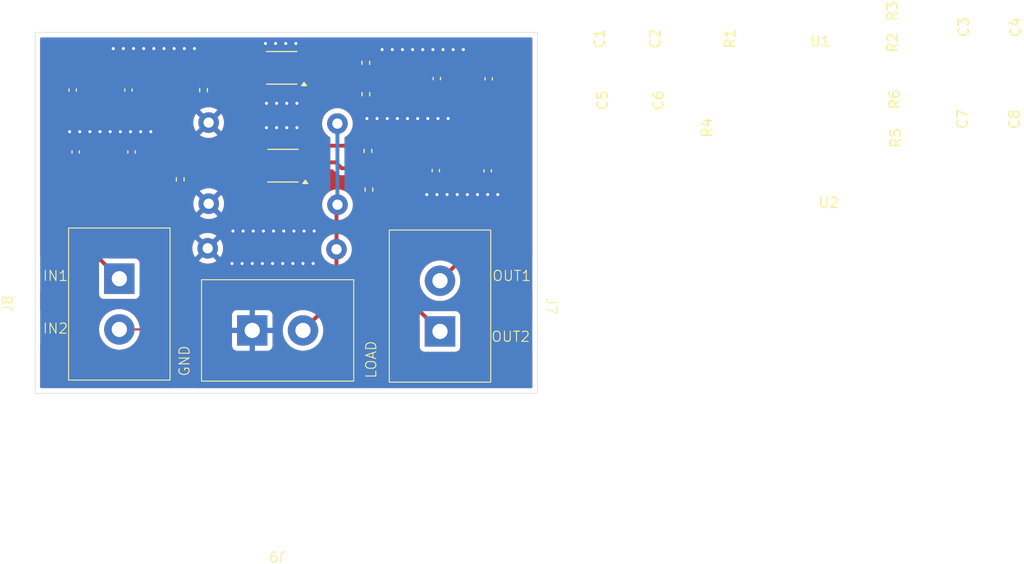
<source format=kicad_pcb>
(kicad_pcb
	(version 20240108)
	(generator "pcbnew")
	(generator_version "8.0")
	(general
		(thickness 1.6)
		(legacy_teardrops no)
	)
	(paper "A4")
	(layers
		(0 "F.Cu" signal)
		(31 "B.Cu" signal)
		(32 "B.Adhes" user "B.Adhesive")
		(33 "F.Adhes" user "F.Adhesive")
		(34 "B.Paste" user)
		(35 "F.Paste" user)
		(36 "B.SilkS" user "B.Silkscreen")
		(37 "F.SilkS" user "F.Silkscreen")
		(38 "B.Mask" user)
		(39 "F.Mask" user)
		(40 "Dwgs.User" user "User.Drawings")
		(41 "Cmts.User" user "User.Comments")
		(42 "Eco1.User" user "User.Eco1")
		(43 "Eco2.User" user "User.Eco2")
		(44 "Edge.Cuts" user)
		(45 "Margin" user)
		(46 "B.CrtYd" user "B.Courtyard")
		(47 "F.CrtYd" user "F.Courtyard")
		(48 "B.Fab" user)
		(49 "F.Fab" user)
		(50 "User.1" user)
		(51 "User.2" user)
		(52 "User.3" user)
		(53 "User.4" user)
		(54 "User.5" user)
		(55 "User.6" user)
		(56 "User.7" user)
		(57 "User.8" user)
		(58 "User.9" user)
	)
	(setup
		(stackup
			(layer "F.SilkS"
				(type "Top Silk Screen")
			)
			(layer "F.Paste"
				(type "Top Solder Paste")
			)
			(layer "F.Mask"
				(type "Top Solder Mask")
				(thickness 0.01)
			)
			(layer "F.Cu"
				(type "copper")
				(thickness 0.035)
			)
			(layer "dielectric 1"
				(type "core")
				(thickness 1.51)
				(material "FR4")
				(epsilon_r 4.5)
				(loss_tangent 0.02)
			)
			(layer "B.Cu"
				(type "copper")
				(thickness 0.035)
			)
			(layer "B.Mask"
				(type "Bottom Solder Mask")
				(thickness 0.01)
			)
			(layer "B.Paste"
				(type "Bottom Solder Paste")
			)
			(layer "B.SilkS"
				(type "Bottom Silk Screen")
			)
			(copper_finish "None")
			(dielectric_constraints no)
		)
		(pad_to_mask_clearance 0)
		(allow_soldermask_bridges_in_footprints no)
		(pcbplotparams
			(layerselection 0x00010fc_ffffffff)
			(plot_on_all_layers_selection 0x0000000_00000000)
			(disableapertmacros no)
			(usegerberextensions no)
			(usegerberattributes yes)
			(usegerberadvancedattributes yes)
			(creategerberjobfile yes)
			(dashed_line_dash_ratio 12.000000)
			(dashed_line_gap_ratio 3.000000)
			(svgprecision 4)
			(plotframeref no)
			(viasonmask no)
			(mode 1)
			(useauxorigin no)
			(hpglpennumber 1)
			(hpglpenspeed 20)
			(hpglpendiameter 15.000000)
			(pdf_front_fp_property_popups yes)
			(pdf_back_fp_property_popups yes)
			(dxfpolygonmode yes)
			(dxfimperialunits yes)
			(dxfusepcbnewfont yes)
			(psnegative no)
			(psa4output no)
			(plotreference yes)
			(plotvalue yes)
			(plotfptext yes)
			(plotinvisibletext no)
			(sketchpadsonfab no)
			(subtractmaskfromsilk yes)
			(outputformat 1)
			(mirror no)
			(drillshape 0)
			(scaleselection 1)
			(outputdirectory "./")
		)
	)
	(net 0 "")
	(net 1 "0")
	(net 2 "Net-(U1-_SHDN)")
	(net 3 "Net-(U1-Sense)")
	(net 4 "Net-(U2-_SHDN)")
	(net 5 "Net-(U2-Sense)")
	(net 6 "IN1")
	(net 7 "OUT1")
	(net 8 "IN2")
	(net 9 "OUT2")
	(footprint (layer "F.Cu") (at 161 71))
	(footprint "Capacitor_SMD:C_0402_1005Metric_Pad0.74x0.62mm_HandSolder" (layer "F.Cu") (at 135 55.3 90))
	(footprint "Resistor_SMD:R_0402_1005Metric_Pad0.72x0.64mm_HandSolder" (layer "F.Cu") (at 147.9 55.3 90))
	(footprint "Capacitor_SMD:C_0402_1005Metric_Pad0.74x0.62mm_HandSolder" (layer "F.Cu") (at 175.9 63.2625 90))
	(footprint (layer "F.Cu") (at 161.1 66.6))
	(footprint "Package_SO:MSOP-8-1EP_3x3mm_P0.65mm_EP1.5x1.8mm" (layer "F.Cu") (at 155.6 53.1 180))
	(footprint "Resistor_SMD:R_0402_1005Metric_Pad0.72x0.64mm_HandSolder" (layer "F.Cu") (at 163.89 52.6 90))
	(footprint (layer "F.Cu") (at 148.408 66.5))
	(footprint "Resistor_SMD:R_0402_1005Metric_Pad0.72x0.64mm_HandSolder" (layer "F.Cu") (at 145.6 64.1 90))
	(footprint "Resistor_SMD:R_0402_1005Metric_Pad0.72x0.64mm_HandSolder" (layer "F.Cu") (at 164.1 61.29 90))
	(footprint "Resistor_SMD:R_0402_1005Metric_Pad0.72x0.64mm_HandSolder" (layer "F.Cu") (at 163.9 55.7 90))
	(footprint "custom:2x 5mm Screw Terminal" (layer "F.Cu") (at 155.2 84 180))
	(footprint "Capacitor_SMD:C_0402_1005Metric_Pad0.74x0.62mm_HandSolder" (layer "F.Cu") (at 135.3 61.4 90))
	(footprint "Capacitor_SMD:C_0402_1005Metric_Pad0.74x0.62mm_HandSolder" (layer "F.Cu") (at 170.89 54.1625 90))
	(footprint "Capacitor_SMD:C_0402_1005Metric_Pad0.74x0.62mm_HandSolder" (layer "F.Cu") (at 170.79 63.2375 90))
	(footprint "Resistor_SMD:R_0402_1005Metric_Pad0.72x0.64mm_HandSolder" (layer "F.Cu") (at 164.2 65.1 90))
	(footprint "custom:2x 5mm Screw Terminal" (layer "F.Cu") (at 134.6 76.4 90))
	(footprint "Capacitor_SMD:C_0402_1005Metric_Pad0.74x0.62mm_HandSolder" (layer "F.Cu") (at 176 54.1875 90))
	(footprint "custom:2x 5mm Screw Terminal" (layer "F.Cu") (at 176.2 76.6 -90))
	(footprint "Package_SO:MSOP-8-1EP_3x3mm_P0.65mm_EP1.5x1.8mm" (layer "F.Cu") (at 155.725 62.75 180))
	(footprint (layer "F.Cu") (at 148.308 70.9))
	(footprint (layer "F.Cu") (at 148.4 58.5))
	(footprint "Capacitor_SMD:C_0402_1005Metric_Pad0.74x0.62mm_HandSolder" (layer "F.Cu") (at 140.5 55.3 90))
	(footprint (layer "F.Cu") (at 161.092 58.6))
	(footprint "Capacitor_SMD:C_0402_1005Metric_Pad0.74x0.62mm_HandSolder" (layer "F.Cu") (at 140.8 61.4 90))
	(gr_rect
		(start 131.3 49.6)
		(end 180.8 85.2)
		(stroke
			(width 0.05)
			(type default)
		)
		(fill none)
		(layer "Edge.Cuts")
		(uuid "86b7699a-3c5c-4a7c-960d-694925805101")
	)
	(gr_text "IN1"
		(at 132 74.2 0)
		(layer "F.SilkS")
		(uuid "00f76d55-b002-4d71-9c34-23678243a868")
		(effects
			(font
				(size 1 1)
				(thickness 0.1)
			)
			(justify left bottom)
		)
	)
	(gr_text "IN2"
		(at 132 79.4 0)
		(layer "F.SilkS")
		(uuid "2c95c4e1-2874-4e5d-a4d4-63a916deb228")
		(effects
			(font
				(size 1 1)
				(thickness 0.1)
			)
			(justify left bottom)
		)
	)
	(gr_text "GND"
		(at 146.6 83.6 90)
		(layer "F.SilkS")
		(uuid "9a09e2fa-89fe-412c-a720-d0ed3600c871")
		(effects
			(font
				(size 1 1)
				(thickness 0.1)
			)
			(justify left bottom)
		)
	)
	(gr_text "OUT2"
		(at 176.2 80.2 0)
		(layer "F.SilkS")
		(uuid "b8bff822-0077-46cb-9793-9de82e836c2d")
		(effects
			(font
				(size 1 1)
				(thickness 0.1)
			)
			(justify left bottom)
		)
	)
	(gr_text "OUT1"
		(at 176.3 74.2 0)
		(layer "F.SilkS")
		(uuid "b97e95b7-8c9e-4035-afec-e6d048f9750b")
		(effects
			(font
				(size 1 1)
				(thickness 0.1)
			)
			(justify left bottom)
		)
	)
	(gr_text "LOAD"
		(at 165 83.8 90)
		(layer "F.SilkS")
		(uuid "c66bf2ba-a96a-421e-9c1e-8001c89346f1")
		(effects
			(font
				(size 1 1)
				(thickness 0.1)
			)
			(justify left bottom)
		)
	)
	(segment
		(start 163.4 79.95)
		(end 165.3 79.95)
		(width 0.381)
		(layer "F.Cu")
		(net 0)
		(uuid "1044f09c-faed-45fd-a08d-8ad81cbdf4cc")
	)
	(segment
		(start 157.7 79)
		(end 161 75.7)
		(width 0.381)
		(layer "F.Cu")
		(net 0)
		(uuid "4683b2a6-ecb0-47c7-98ba-90f1f05a4cc8")
	)
	(segment
		(start 161 75.7)
		(end 161 71)
		(width 0.381)
		(layer "F.Cu")
		(net 0)
		(uuid "57aaa01d-2da3-48a2-88db-4659d320679b")
	)
	(segment
		(start 163.4 79.95)
		(end 163.4 83.85)
		(width 0.381)
		(layer "F.Cu")
		(net 0)
		(uuid "7c292b0e-e511-4554-a130-0dce6ed25b30")
	)
	(segment
		(start 145 79.9)
		(end 145 83.8)
		(width 0.381)
		(layer "F.Cu")
		(net 0)
		(uuid "985dc346-7012-4f31-b98f-f6370ef35f04")
	)
	(segment
		(start 145 83.8)
		(end 146.9 83.8)
		(width 0.381)
		(layer "F.Cu")
		(net 0)
		(uuid "9f016cf7-a5ba-4786-bc97-1e8c5e5c5164")
	)
	(segment
		(start 165.3 83.85)
		(end 165.3 79.95)
		(width 0.381)
		(layer "F.Cu")
		(net 0)
		(uuid "9f1c1502-c40c-4380-8a57-ff4c11e86d7f")
	)
	(segment
		(start 163.4 83.85)
		(end 165.3 83.85)
		(width 0.381)
		(layer "F.Cu")
		(net 0)
		(uuid "c3c0f46e-b073-44e1-97e6-6762fd603e7c")
	)
	(segment
		(start 146.9 83.8)
		(end 146.9 79.9)
		(width 0.381)
		(layer "F.Cu")
		(net 0)
		(uuid "e70943f7-0521-4078-98b6-57b44a9871f3")
	)
	(segment
		(start 145 79.9)
		(end 146.9 79.9)
		(width 0.381)
		(layer "F.Cu")
		(net 0)
		(uuid "f1d61a24-7d9e-423c-b87d-ae698f0da20c")
	)
	(segment
		(start 161 66.8)
		(end 161 71)
		(width 0.381)
		(layer "F.Cu")
		(net 0)
		(uuid "f7136b1f-bf6f-4421-9bb0-71c1f1e1e44f")
	)
	(segment
		(start 161.092 58.6)
		(end 161.092 66.592)
		(width 0.381)
		(layer "B.Cu")
		(net 0)
		(uuid "fbad7fe3-60b8-4f64-8945-10f4e98cdc61")
	)
	(segment
		(start 175.65 78.5)
		(end 175.65 80.4)
		(width 0.381)
		(layer "F.Cu")
		(net 1)
		(uuid "03871315-035c-4ec5-837e-c94e6cc376bb")
	)
	(segment
		(start 154.625 52.125)
		(end 153.4875 52.125)
		(width 0.381)
		(layer "F.Cu")
		(net 1)
		(uuid "07047319-4949-4b6f-81ee-d4f057afe0a6")
	)
	(segment
		(start 175.7 72.5)
		(end 175.7 74.4)
		(width 0.381)
		(layer "F.Cu")
		(net 1)
		(uuid "0b1f4bb0-0c5d-47cd-b74a-cf071b2bff85")
	)
	(segment
		(start 132 79.65)
		(end 135.2 79.65)
		(width 0.381)
		(layer "F.Cu")
		(net 1)
		(uuid "16fd4d25-bfa0-4d9e-aaa9-a0946bbb16e3")
	)
	(segment
		(start 157.7125 52.125)
		(end 156.575 52.125)
		(width 0.381)
		(layer "F.Cu")
		(net 1)
		(uuid "21bbd5e3-197d-4f4c-be19-ef41f1b1d752")
	)
	(segment
		(start 155.6 53.1)
		(end 155.55 53.05)
		(width 0.381)
		(layer "F.Cu")
		(net 1)
		(uuid "280f80b0-9ad0-49b3-958b-a7c5a82105a3")
	)
	(segment
		(start 175.65 80.4)
		(end 179.95 80.4)
		(width 0.381)
		(layer "F.Cu")
		(net 1)
		(uuid "42ef20d8-61ae-40ec-bdf5-d8046fdbdbfc")
	)
	(segment
		(start 170.79 63.805)
		(end 173.4 63.805)
		(width 0.381)
		(layer "F.Cu")
		(net 1)
		(uuid "53c04e4b-8d4f-4e6f-a105-cfa2aa2264b4")
	)
	(segment
		(start 155.55 53.05)
		(end 154.625 52.125)
		(width 0.381)
		(layer "F.Cu")
		(net 1)
		(uuid "55479da9-db3a-4328-bdd9-540f10705d73")
	)
	(segment
		(start 180 72.5)
		(end 175.7 72.5)
		(width 0.381)
		(layer "F.Cu")
		(net 1)
		(uuid "58ce15d5-0c92-429c-b21a-58e022cd3aa4")
	)
	(segment
		(start 157.7475 52.09)
		(end 157.7125 52.125)
		(width 0.381)
		(layer "F.Cu")
		(net 1)
		(uuid "5ce9f5ed-a2f3-4ff5-b20c-15eb38742d61")
	)
	(segment
		(start 175.875 63.805)
		(end 175.9 63.83)
		(width 0.381)
		(layer "F.Cu")
		(net 1)
		(uuid "5d1d8149-fbc5-4c3b-9268-e6c0eafc68d6")
	)
	(segment
		(start 157.8375 63.725)
		(end 157.8375 63.075)
		(width 0.381)
		(layer "F.Cu")
		(net 1)
		(uuid "665505e2-426b-47d5-996f-8e4e8e15e96f")
	)
	(segment
		(start 148.408 70.8)
		(end 148.308 70.9)
		(width 0.381)
		(layer "F.Cu")
		(net 1)
		(uuid "75de5e18-f67b-49e6-b396-33151f2a6537")
	)
	(segment
		(start 135.2 79.65)
		(end 135.2 77.75)
		(width 0.381)
		(layer "F.Cu")
		(net 1)
		(uuid "8d98ee92-1a87-4151-9eb5-095aaeda79ac")
	)
	(segment
		(start 135.2 77.75)
		(end 132 77.75)
		(width 0.381)
		(layer "F.Cu")
		(net 1)
		(uuid "8ee9a912-cccb-4469-bcfa-95cbe9d6d995")
	)
	(segment
		(start 156.575 52.125)
		(end 155.6 53.1)
		(width 0.381)
		(layer "F.Cu")
		(net 1)
		(uuid "92c1f0f9-741a-463c-af13-3bcbdfa85b86")
	)
	(segment
		(start 175.7 74.4)
		(end 180 74.4)
		(width 0.381)
		(layer "F.Cu")
		(net 1)
		(uuid "ae7b73a5-7928-4d2d-bae4-f7e8ae7346e4")
	)
	(segment
		(start 132 74.45)
		(end 135.2 74.45)
		(width 0.381)
		(layer "F.Cu")
		(net 1)
		(uuid "b3c0b7ae-d261-43a1-8deb-71f396fed9f9")
	)
	(segment
		(start 135.2 74.45)
		(end 135.2 72.55)
		(width 0.381)
		(layer "F.Cu")
		(net 1)
		(uuid "c1e50bfb-db2e-4b8f-b3e2-77cc6ff96fb6")
	)
	(segment
		(start 173.4 63.805)
		(end 175.875 63.805)
		(width 0.381)
		(layer "F.Cu")
		(net 1)
		(uuid "cb9ef697-7b66-42c3-a9da-8934f6070016")
	)
	(segment
		(start 179.95 78.5)
		(end 175.65 78.5)
		(width 0.381)
		(layer "F.Cu")
		(net 1)
		(uuid "d7e8b237-952e-4830-a5d4-115e48634480")
	)
	(segment
		(start 135.2 72.55)
		(end 132 72.55)
		(width 0.381)
		(layer "F.Cu")
		(net 1)
		(uuid "e8a49ee9-ad1d-488e-ace3-6270ba81e18f")
	)
	(via
		(at 140.7 59.4)
		(size 0.6)
		(drill 0.3)
		(layers "F.Cu" "B.Cu")
		(free yes)
		(net 1)
		(uuid "08fc1b40-c19b-41c5-9528-c65725761934")
	)
	(via
		(at 171 58.1)
		(size 0.6)
		(drill 0.3)
		(layers "F.Cu" "B.Cu")
		(free yes)
		(net 1)
		(uuid "0f9628f4-f892-469a-8025-585cfff4dea6")
	)
	(via
		(at 166.5 51.3)
		(size 0.6)
		(drill 0.3)
		(layers "F.Cu" "B.Cu")
		(free yes)
		(net 1)
		(uuid "1153617a-7c70-4ad7-8e8a-3baae7683123")
	)
	(via
		(at 165 58.1)
		(size 0.6)
		(drill 0.3)
		(layers "F.Cu" "B.Cu")
		(free yes)
		(net 1)
		(uuid "1b00374f-c586-4d57-9e58-f5497dbc05fd")
	)
	(via
		(at 158.7 72.4)
		(size 0.6)
		(drill 0.3)
		(layers "F.Cu" "B.Cu")
		(free yes)
		(net 1)
		(uuid "1d9c42fb-d4e3-4bf1-9f2f-af2c186be2c9")
	)
	(via
		(at 147 51.2)
		(size 0.6)
		(drill 0.3)
		(layers "F.Cu" "B.Cu")
		(free yes)
		(net 1)
		(uuid "1ee52a66-d264-4b88-bebb-8cd65b0c3639")
	)
	(via
		(at 168.5 51.3)
		(size 0.6)
		(drill 0.3)
		(layers "F.Cu" "B.Cu")
		(free yes)
		(net 1)
		(uuid "239f8b82-88fc-4152-9d3a-57219953cad2")
	)
	(via
		(at 169 58.1)
		(size 0.6)
		(drill 0.3)
		(layers "F.Cu" "B.Cu")
		(free yes)
		(net 1)
		(uuid "25c69fc0-d904-4b27-8c08-5bb97a600a57")
	)
	(via
		(at 135.7 59.4)
		(size 0.6)
		(drill 0.3)
		(layers "F.Cu" "B.Cu")
		(free yes)
		(net 1)
		(uuid "2ab3802f-afc9-45a7-945e-990f1bc49e59")
	)
	(via
		(at 167.5 51.3)
		(size 0.6)
		(drill 0.3)
		(layers "F.Cu" "B.Cu")
		(free yes)
		(net 1)
		(uuid "2fb4ab2e-ddd8-4ff2-b74c-3aa21ac40cac")
	)
	(via
		(at 137.7 59.4)
		(size 0.6)
		(drill 0.3)
		(layers "F.Cu" "B.Cu")
		(free yes)
		(net 1)
		(uuid "32d044e7-461c-4186-a9b6-a687eaf18905")
	)
	(via
		(at 156.7 72.4)
		(size 0.6)
		(drill 0.3)
		(layers "F.Cu" "B.Cu")
		(free yes)
		(net 1)
		(uuid "32d401c4-d852-4e12-b03e-6f4f20c77ae1")
	)
	(via
		(at 174.9 65.6)
		(size 0.6)
		(drill 0.3)
		(layers "F.Cu" "B.Cu")
		(free yes)
		(net 1)
		(uuid "39907f8f-0ecb-4b7c-837b-28c093c36b7a")
	)
	(via
		(at 141.7 59.4)
		(size 0.6)
		(drill 0.3)
		(layers "F.Cu" "B.Cu")
		(free yes)
		(net 1)
		(uuid "3e53daa9-4ac4-4e6b-8308-a35463db9d15")
	)
	(via
		(at 154.8 69.2)
		(size 0.6)
		(drill 0.3)
		(layers "F.Cu" "B.Cu")
		(free yes)
		(net 1)
		(uuid "4275ac36-9d20-46f0-836c-4f4148c0f595")
	)
	(via
		(at 153.8 69.2)
		(size 0.6)
		(drill 0.3)
		(layers "F.Cu" "B.Cu")
		(free yes)
		(net 1)
		(uuid "42ccd005-1482-418a-bac9-136c40964d30")
	)
	(via
		(at 171.5 51.3)
		(size 0.6)
		(drill 0.3)
		(layers "F.Cu" "B.Cu")
		(free yes)
		(net 1)
		(uuid "468ea792-5cd2-4b59-afd7-5e84ee73b51a")
	)
	(via
		(at 166 58.1)
		(size 0.6)
		(drill 0.3)
		(layers "F.Cu" "B.Cu")
		(free yes)
		(net 1)
		(uuid "470f477b-c712-4f7b-9949-8a15f5f1923b")
	)
	(via
		(at 165.5 51.3)
		(size 0.6)
		(drill 0.3)
		(layers "F.Cu" "B.Cu")
		(free yes)
		(net 1)
		(uuid "478cd34a-bbec-4fc1-8179-e4679ebad7bd")
	)
	(via
		(at 142.7 59.4)
		(size 0.6)
		(drill 0.3)
		(layers "F.Cu" "B.Cu")
		(free yes)
		(net 1)
		(uuid "47c9c7ba-0edb-4f63-87a7-dcae4fdd370b")
	)
	(via
		(at 151.8 69.2)
		(size 0.6)
		(drill 0.3)
		(layers "F.Cu" "B.Cu")
		(free yes)
		(net 1)
		(uuid "486f2fa1-4ad4-4acb-aacd-209a58d7a47a")
	)
	(via
		(at 154.1 56.6)
		(size 0.6)
		(drill 0.3)
		(layers "F.Cu" "B.Cu")
		(free yes)
		(net 1)
		(uuid "49c0f416-e2ec-4672-a6d7-1531fac98374")
	)
	(via
		(at 154.1 59)
		(size 0.6)
		(drill 0.3)
		(layers "F.Cu" "B.Cu")
		(free yes)
		(net 1)
		(uuid "4a456a4d-bafc-4e17-bd78-f2f815579553")
	)
	(via
		(at 169.5 51.3)
		(size 0.6)
		(drill 0.3)
		(layers "F.Cu" "B.Cu")
		(free yes)
		(net 1)
		(uuid "4a841982-4234-47ab-89a2-224ca9f8bc84")
	)
	(via
		(at 155.1 56.6)
		(size 0.6)
		(drill 0.3)
		(layers "F.Cu" "B.Cu")
		(free yes)
		(net 1)
		(uuid "523178aa-5e6f-4325-a9eb-e11d597d59a8")
	)
	(via
		(at 155.8 69.2)
		(size 0.6)
		(drill 0.3)
		(layers "F.Cu" "B.Cu")
		(free yes)
		(net 1)
		(uuid "524550b3-76d9-4fc4-8861-1f39135a870a")
	)
	(via
		(at 170 58.1)
		(size 0.6)
		(drill 0.3)
		(layers "F.Cu" "B.Cu")
		(free yes)
		(net 1)
		(uuid "53ede064-69d7-4976-8981-cab97becda4f")
	)
	(via
		(at 152.7 72.4)
		(size 0.6)
		(drill 0.3)
		(layers "F.Cu" "B.Cu")
		(free yes)
		(net 1)
		(uuid "5df1d0f1-5de8-48a6-8c63-2273cd744f60")
	)
	(via
		(at 158.8 69.2)
		(size 0.6)
		(drill 0.3)
		(layers "F.Cu" "B.Cu")
		(free yes)
		(net 1)
		(uuid "64eb0570-7b1f-4540-81dc-65798a8dc64c")
	)
	(via
		(at 156.1 59)
		(size 0.6)
		(drill 0.3)
		(layers "F.Cu" "B.Cu")
		(free yes)
		(net 1)
		(uuid "6ca6bc2e-efe4-4ffe-b722-0cee00b79fef")
	)
	(via
		(at 150.7 72.4)
		(size 0.6)
		(drill 0.3)
		(layers "F.Cu" "B.Cu")
		(free yes)
		(net 1)
		(uuid "6dee79b1-5049-41e3-ab52-f8ddd3c5a138")
	)
	(via
		(at 175.9 65.6)
		(size 0.6)
		(drill 0.3)
		(layers "F.Cu" "B.Cu")
		(free yes)
		(net 1)
		(uuid "7956e742-ef1a-465c-ac34-70fb58badfa4")
	)
	(via
		(at 157 50.7)
		(size 0.6)
		(drill 0.3)
		(layers "F.Cu" "B.Cu")
		(free yes)
		(net 1)
		(uuid "7bdda38c-66f9-4dea-a5e5-5ce21abbc5e4")
	)
	(via
		(at 154 50.7)
		(size 0.6)
		(drill 0.3)
		(layers "F.Cu" "B.Cu")
		(free yes)
		(net 1)
		(uuid "7c8f00ec-993e-4e2f-8c02-49af9a54a0ad")
	)
	(via
		(at 146 51.2)
		(size 0.6)
		(drill 0.3)
		(layers "F.Cu" "B.Cu")
		(free yes)
		(net 1)
		(uuid "80584f2f-c6ab-4cf2-be3e-76589fb72ec4")
	)
	(via
		(at 157.1 56.6)
		(size 0.6)
		(drill 0.3)
		(layers "F.Cu" "B.Cu")
		(free yes)
		(net 1)
		(uuid "83597f09-4c5a-49ff-ae31-b51cac17f795")
	)
	(via
		(at 139 51.2)
		(size 0.6)
		(drill 0.3)
		(layers "F.Cu" "B.Cu")
		(free yes)
		(net 1)
		(uuid "849c57f3-a63f-45e7-b498-84ac15ff7ed3")
	)
	(via
		(at 156.8 69.2)
		(size 0.6)
		(drill 0.3)
		(layers "F.Cu" "B.Cu")
		(free yes)
		(net 1)
		(uuid "857652f7-ba46-4289-b94e-ac1ef7592589")
	)
	(via
		(at 157.1 59)
		(size 0.6)
		(drill 0.3)
		(layers "F.Cu" "B.Cu")
		(free yes)
		(net 1)
		(uuid "89130793-143a-438f-83a5-23c927e1af70")
	)
	(via
		(at 155.7 72.4)
		(size 0.6)
		(drill 0.3)
		(layers "F.Cu" "B.Cu")
		(free yes)
		(net 1)
		(uuid "9d204a50-f6be-4ae9-b890-13e6656b6fd3")
	)
	(via
		(at 157.7 72.4)
		(size 0.6)
		(drill 0.3)
		(layers "F.Cu" "B.Cu")
		(free yes)
		(net 1)
		(uuid "9e008899-0ca5-4984-a7fb-acde6ca6c4ea")
	)
	(via
		(at 172.9 65.6)
		(size 0.6)
		(drill 0.3)
		(layers "F.Cu" "B.Cu")
		(free yes)
		(net 1)
		(uuid "9ef5c018-ec4d-48e4-8b5c-dc1757f227c8")
	)
	(via
		(at 170.9 65.6)
		(size 0.6)
		(drill 0.3)
		(layers "F.Cu" "B.Cu")
		(free yes)
		(net 1)
		(uuid "a090f26f-30d4-403d-ab1f-2d4f525b9d09")
	)
	(via
		(at 164 58.1)
		(size 0.6)
		(drill 0.3)
		(layers "F.Cu" "B.Cu")
		(free yes)
		(net 1)
		(uuid "a8296736-204a-4467-9a78-0725a1fe2c8f")
	)
	(via
		(at 144 51.2)
		(size 0.6)
		(drill 0.3)
		(layers "F.Cu" "B.Cu")
		(free yes)
		(net 1)
		(uuid "a949104f-8932-41ba-80c4-523c868c471b")
	)
	(via
		(at 136.7 59.4)
		(size 0.6)
		(drill 0.3)
		(layers "F.Cu" "B.Cu")
		(free yes)
		(net 1)
		(uuid "adb2ec17-9951-437a-b9f5-3128a8d782e0")
	)
	(via
		(at 168 58.1)
		(size 0.6)
		(drill 0.3)
		(layers "F.Cu" "B.Cu")
		(free yes)
		(net 1)
		(uuid "b40ff49a-a44a-46df-94b7-24c74296cb12")
	)
	(via
		(at 172.5 51.3)
		(size 0.6)
		(drill 0.3)
		(layers "F.Cu" "B.Cu")
		(free yes)
		(net 1)
		(uuid "b4ce9a9c-ffac-40fb-8ec5-ba2c0f22ade5")
	)
	(via
		(at 167 58.1)
		(size 0.6)
		(drill 0.3)
		(layers "F.Cu" "B.Cu")
		(free yes)
		(net 1)
		(uuid "b94a337e-4166-45cd-9d98-7a44a01b18ba")
	)
	(via
		(at 152.8 69.2)
		(size 0.6)
		(drill 0.3)
		(layers "F.Cu" "B.Cu")
		(free yes)
		(net 1)
		(uuid "bb4f95e5-263c-4988-a7e8-b1d823938af8")
	)
	(via
		(at 140 51.2)
		(size 0.6)
		(drill 0.3)
		(layers "F.Cu" "B.Cu")
		(free yes)
		(net 1)
		(uuid "c64b2837-d84b-4082-b055-19cc333ce494")
	)
	(via
		(at 143 51.2)
		(size 0.6)
		(drill 0.3)
		(layers "F.Cu" "B.Cu")
		(free yes)
		(net 1)
		(uuid "c6cec5b6-0a49-4e57-900e-510a669cbdcf")
	)
	(via
		(at 138.7 59.4)
		(size 0.6)
		(drill 0.3)
		(layers "F.Cu" "B.Cu")
		(free yes)
		(net 1)
		(uuid "c880d620-2a9b-41a0-91e4-a56f0dadc041")
	)
	(via
		(at 156.1 56.6)
		(size 0.6)
		(drill 0.3)
		(layers "F.Cu" "B.Cu")
		(free yes)
		(net 1)
		(uuid "c96bc313-455e-4e50-9135-181057c22988")
	)
	(via
		(at 145 51.2)
		(size 0.6)
		(drill 0.3)
		(layers "F.Cu" "B.Cu")
		(free yes)
		(net 1)
		(uuid "caa65718-137c-45e1-9285-1b535f94636f")
	)
	(via
		(at 173.9 65.6)
		(size 0.6)
		(drill 0.3)
		(layers "F.Cu" "B.Cu")
		(free yes)
		(net 1)
		(uuid "cbe4d8f0-9aea-477b-90ca-0ee4130bae89")
	)
	(via
		(at 155.1 59)
		(size 0.6)
		(drill 0.3)
		(layers "F.Cu" "B.Cu")
		(free yes)
		(net 1)
		(uuid "cc5a8cbd-67f4-4369-a31b-2ee37781bfd6")
	)
	(via
		(at 155 50.7)
		(size 0.6)
		(drill 0.3)
		(layers "F.Cu" "B.Cu")
		(free yes)
		(net 1)
		(uuid "ccdb92ab-dcab-400c-b5e9-89b08eb74bbc")
	)
	(via
		(at 173.5 51.3)
		(size 0.6)
		(drill 0.3)
		(layers "F.Cu" "B.Cu")
		(net 1)
		(uuid "cd1f8350-5a45-47a1-87e0-1021205d659d")
	)
	(via
		(at 157.8 69.2)
		(size 0.6)
		(drill 0.3)
		(layers "F.Cu" "B.Cu")
		(free yes)
		(net 1)
		(uuid "d28c203e-cf93-4ba2-b621-a202b3dd2429")
	)
	(via
		(at 156 50.7)
		(size 0.6)
		(drill 0.3)
		(layers "F.Cu" "B.Cu")
		(free yes)
		(net 1)
		(uuid "e0d8c920-5bc9-4c14-a896-261defe9f830")
	)
	(via
		(at 169.9 65.6)
		(size 0.6)
		(drill 0.3)
		(layers "F.Cu" "B.Cu")
		(free yes)
		(net 1)
		(uuid "e1e88fc4-fa5b-4e27-8c45-f0776c4867d0")
	)
	(via
		(at 150.8 69.2)
		(size 0.6)
		(drill 0.3)
		(layers "F.Cu" "B.Cu")
		(free yes)
		(net 1)
		(uuid "e346229e-9698-4bf1-9730-7db91de50678")
	)
	(via
		(at 154.7 72.4)
		(size 0.6)
		(drill 0.3)
		(layers "F.Cu" "B.Cu")
		(free yes)
		(net 1)
		(uuid "e3e5f506-ffa4-4f84-a9e1-132612f40f7d")
	)
	(via
		(at 139.7 59.4)
		(size 0.6)
		(drill 0.3)
		(layers "F.Cu" "B.Cu")
		(free yes)
		(net 1)
		(uuid "e41184ee-b57e-449a-b86a-8c1fe8b53d5d")
	)
	(via
		(at 134.7 59.4)
		(size 0.6)
		(drill 0.3)
		(layers "F.Cu" "B.Cu")
		(free yes)
		(net 1)
		(uuid "e8a38284-6b92-4383-adcf-8acb03bedf61")
	)
	(via
		(at 170.5 51.3)
		(size 0.6)
		(drill 0.3)
		(layers "F.Cu" "B.Cu")
		(free yes)
		(net 1)
		(uuid "eb0f44ba-e40a-445c-b184-9d5f3b311f0d")
	)
	(via
		(at 171.9 65.6)
		(size 0.6)
		(drill 0.3)
		(layers "F.Cu" "B.Cu")
		(free yes)
		(net 1)
		(uuid "ec2b8e36-f402-4010-955e-dca48cf348f9")
	)
	(via
		(at 141 51.2)
		(size 0.6)
		(drill 0.3)
		(layers "F.Cu" "B.Cu")
		(free yes)
		(net 1)
		(uuid "edb6ebdb-dfc4-48ff-9140-e0369079b13b")
	)
	(via
		(at 151.7 72.4)
		(size 0.6)
		(drill 0.3)
		(layers "F.Cu" "B.Cu")
		(free yes)
		(net 1)
		(uuid "ee0b1e55-111e-4b45-b894-f8cbdceb8fc7")
	)
	(via
		(at 153.7 72.4)
		(size 0.6)
		(drill 0.3)
		(layers "F.Cu" "B.Cu")
		(free yes)
		(net 1)
		(uuid "f0057334-8dd7-41c7-b821-94cd2d9e2560")
	)
	(via
		(at 172 58.1)
		(size 0.6)
		(drill 0.3)
		(layers "F.Cu" "B.Cu")
		(free yes)
		(net 1)
		(uuid "f2c5d02f-061d-4db8-8a30-39622d191ed5")
	)
	(via
		(at 142 51.2)
		(size 0.6)
		(drill 0.3)
		(layers "F.Cu" "B.Cu")
		(free yes)
		(net 1)
		(uuid "f8b809f1-5af1-4bfe-a491-dd3b16a02340")
	)
	(via
		(at 176.9 65.6)
		(size 0.6)
		(drill 0.3)
		(layers "F.Cu" "B.Cu")
		(free yes)
		(net 1)
		(uuid "fee81e73-10c7-474c-86ad-80e73ca5c4b2")
	)
	(segment
		(start 147.9 54.79)
		(end 149.915 52.775)
		(width 0.381)
		(layer "F.Cu")
		(net 2)
		(uuid "197d1c1b-0baf-4f29-a92c-4409a5f9291c")
	)
	(segment
		(start 149.915 52.775)
		(end 153.4875 52.775)
		(width 0.381)
		(layer "F.Cu")
		(net 2)
		(uuid "60ace62f-6624-4e28-a84e-5a0bd99becac")
	)
	(segment
		(start 163.89 53.11)
		(end 160.51 53.11)
		(width 0.381)
		(layer "F.Cu")
		(net 3)
		(uuid "1bed20c4-58db-4bc6-a233-e9058226db87")
	)
	(segment
		(start 163.89 55.18)
		(end 163.9 55.19)
		(width 0.381)
		(layer "F.Cu")
		(net 3)
		(uuid "2575d717-6ccc-416d-a659-aba5ece60821")
	)
	(segment
		(start 163.89 53.11)
		(end 163.89 55.18)
		(width 0.381)
		(layer "F.Cu")
		(net 3)
		(uuid "34d811a9-1078-4593-9b79-17cd01fb2fda")
	)
	(segment
		(start 160.51 53.11)
		(end 160.175 52.775)
		(width 0.381)
		(layer "F.Cu")
		(net 3)
		(uuid "3f2caaf0-68fe-4d0f-b8aa-451df866bcfd")
	)
	(segment
		(start 160.175 52.775)
		(end 157.7125 52.775)
		(width 0.381)
		(layer "F.Cu")
		(net 3)
		(uuid "d647a5ca-1089-4b21-9533-730967eebe8c")
	)
	(segment
		(start 146.765 62.425)
		(end 153.6125 62.425)
		(width 0.381)
		(layer "F.Cu")
		(net 4)
		(uuid "2c40bbd3-6034-4d0a-99b1-44a243ab0c18")
	)
	(segment
		(start 145.6 63.59)
		(end 146.765 62.425)
		(width 0.381)
		(layer "F.Cu")
		(net 4)
		(uuid "49d0ba30-aa8d-4113-b01e-08cf5a6fc584")
	)
	(segment
		(start 160.925 62.425)
		(end 161.5 63)
		(width 0.381)
		(layer "F.Cu")
		(net 5)
		(uuid "1ca9487b-fc55-4231-abe3-afc931765790")
	)
	(segment
		(start 164.3 62)
		(end 164.1 61.8)
		(width 0.381)
		(layer "F.Cu")
		(net 5)
		(uuid "659cffdf-41dd-4218-bfc0-7840b81dc618")
	)
	(segment
		(start 161.5 63)
		(end 164.2 63)
		(width 0.381)
		(layer "F.Cu")
		(net 5)
		(uuid "66d89789-685b-4cc7-b1dc-3ea5060e143c")
	)
	(segment
		(start 164.2 61.9)
		(end 164.1 61.8)
		(width 0.381)
		(layer "F.Cu")
		(net 5)
		(uuid "b4369448-3851-4879-a2c3-52c600489720")
	)
	(segment
		(start 157.8375 62.425)
		(end 160.925 62.425)
		(width 0.381)
		(layer "F.Cu")
		(net 5)
		(uuid "d7f918a6-3fd8-4e4d-99c5-a43a36dec07f")
	)
	(segment
		(start 164.2 63)
		(end 164.2 61.9)
		(width 0.381)
		(layer "F.Cu")
		(net 5)
		(uuid "e0926e55-4c06-498a-b888-6cb6da896789")
	)
	(segment
		(start 164.2 64.59)
		(end 164.2 63)
		(width 0.381)
		(layer "F.Cu")
		(net 5)
		(uuid "e1930bc4-5c28-4ef5-a164-9682c3505ab9")
	)
	(segment
		(start 135 56.248529)
		(end 133 58.248529)
		(width 0.381)
		(layer "F.Cu")
		(net 6)
		(uuid "07221e64-7bb0-4846-ab43-1aa619322b3e")
	)
	(segment
		(start 151.7525 55.81)
		(end 153.4875 54.075)
		(width 0.381)
		(layer "F.Cu")
		(net 6)
		(uuid "28750620-72cc-4c64-a974-4f003c323424")
	)
	(segment
		(start 133 58.248529)
		(end 133 67.3)
		(width 0.381)
		(layer "F.Cu")
		(net 6)
		(uuid "4d1ecaef-f825-4a73-a1db-5ee0d0c5383d")
	)
	(segment
		(start 147.87 55.8675)
		(end 147.9 55.8975)
		(width 0.381)
		(layer "F.Cu")
		(net 6)
		(uuid "51f3bc79-f85f-464e-8f7a-22e442584397")
	)
	(segment
		(start 153.4875 53.425)
		(end 153.4875 54.075)
		(width 0.381)
		(layer "F.Cu")
		(net 6)
		(uuid "65e0cda7-7097-480f-b562-63fc576490d5")
	)
	(segment
		(start 140.5 55.8675)
		(end 135 55.8675)
		(width 0.381)
		(layer "F.Cu")
		(net 6)
		(uuid "6da27516-11c0-4457-b8cf-b958c45e3dc3")
	)
	(segment
		(start 140.5 55.8675)
		(end 147.87 55.8675)
		(width 0.381)
		(layer "F.Cu")
		(net 6)
		(uuid "aa881e8a-03a9-4686-ba9d-0fe90c665a97")
	)
	(segment
		(start 147.9 55.81)
		(end 151.7525 55.81)
		(width 0.381)
		(layer "F.Cu")
		(net 6)
		(uuid "bb8d2cc8-bb89-46e1-bab7-cb7d180edc10")
	)
	(segment
		(start 133 67.3)
		(end 139.6 73.9)
		(width 0.381)
		(layer "F.Cu")
		(net 6)
		(uuid "c3ce8df0-9f8a-4cff-bec9-53b762d9df8d")
	)
	(segment
		(start 135 55.8675)
		(end 135 56.248529)
		(width 0.381)
		(layer "F.Cu")
		(net 6)
		(uuid "ef647b1c-ea41-4d0e-b327-77bceacfdecc")
	)
	(segment
		(start 170.89 54.73)
		(end 170.89 55.2)
		(width 0.381)
		(layer "F.Cu")
		(net 7)
		(uuid "09a97c1e-3b10-4588-90ed-ce9a647738b9")
	)
	(segment
		(start 176 54.755)
		(end 176 55)
		(width 0.381)
		(layer "F.Cu")
		(net 7)
		(uuid "11208e42-5b71-46b2-be2c-8793637633ae")
	)
	(segment
		(start 170.89 54.73)
		(end 175.975 54.73)
		(width 0.381)
		(layer "F.Cu")
		(net 7)
		(uuid "2e198c7e-6050-4630-9d5a-c07804d5388b")
	)
	(segment
		(start 157.7125 54.075)
		(end 157.7125 53.425)
		(width 0.381)
		(layer "F.Cu")
		(net 7)
		(uuid "354d0e83-07ea-4983-91f7-04cd7993d048")
	)
	(segment
		(start 169.88 56.21)
		(end 159.8475 56.21)
		(width 0.381)
		(layer "F.Cu")
		(net 7)
		(uuid "8770bc14-0b59-492b-ae76-a6c9f1f7f0ab")
	)
	(segment
		(start 176 55)
		(end 178.4 57.4)
		(width 0.381)
		(layer "F.Cu")
		(net 7)
		(uuid "a9e5f4b0-a736-4bac-8d12-ec2aad3f6015")
	)
	(segment
		(start 175.975 54.73)
		(end 176 54.755)
		(width 0.381)
		(layer "F.Cu")
		(net 7)
		(uuid "b04167e6-6240-4023-a5d5-d37e2e799105")
	)
	(segment
		(start 178.4 57.4)
		(end 178.4 66.9)
		(width 0.381)
		(layer "F.Cu")
		(net 7)
		(uuid "d33c736a-ddd9-4d2a-8f32-217c86d20045")
	)
	(segment
		(start 170.89 55.2)
		(end 169.88 56.21)
		(width 0.381)
		(layer "F.Cu")
		(net 7)
		(uuid "e55de638-0f5d-4b70-86e1-35fa738e3d64")
	)
	(segment
		(start 159.8475 56.21)
		(end 157.7125 54.075)
		(width 0.381)
		(layer "F.Cu")
		(net 7)
		(uuid "f406bf25-a904-4850-bbe1-ba91ce57cb97")
	)
	(segment
		(start 178.4 66.9)
		(end 171.2 74.1)
		(width 0.381)
		(layer "F.Cu")
		(net 7)
		(uuid "fe9ac89c-a0f6-472b-ba82-bb200efeb2ef")
	)
	(segment
		(start 153.6125 63.725)
		(end 153.6125 63.075)
		(width 0.381)
		(layer "F.Cu")
		(net 8)
		(uuid "020634db-859e-4d65-8249-f2bbaf8c4901")
	)
	(segment
		(start 145.6 64.61)
		(end 144 64.61)
		(width 0.381)
		(layer "F.Cu")
		(net 8)
		(uuid "2de84f52-a8ea-46e2-8e6c-9e4f6fe6b4d3")
	)
	(segment
		(start 139.6 78.9)
		(end 141.7 78.9)
		(width 0.2)
		(layer "F.Cu")
		(net 8)
		(uuid "560ca028-58fa-40d5-8b38-8f27a21013a8")
	)
	(segment
		(start 142.9725 64.61)
		(end 140.8 62.4375)
		(width 0.381)
		(layer "F.Cu")
		(net 8)
		(uuid "61242eb3-d58a-47e6-8744-6fdda583c4fa")
	)
	(segment
		(start 141.7 78.9)
		(end 144 76.6)
		(width 0.2)
		(layer "F.Cu")
		(net 8)
		(uuid "6d8a4e75-6e24-459c-885e-b8ff3cca0b2f")
	)
	(segment
		(start 152.7275 64.61)
		(end 153.6125 63.725)
		(width 0.381)
		(layer "F.Cu")
		(net 8)
		(uuid "868f94a5-d01c-474b-bec7-f9c4561cc468")
	)
	(segment
		(start 144 64.61)
		(end 142.9725 64.61)
		(width 0.381)
		(layer "F.Cu")
		(net 8)
		(uuid "c86b651f-348f-4ea6-a55f-84177d069de5")
	)
	(segment
		(start 144 76.6)
		(end 144 64.61)
		(width 0.2)
		(layer "F.Cu")
		(net 8)
		(uuid "df02f1f4-42e1-4ab0-b099-edcc6307b218")
	)
	(segment
		(start 140.8 62.4375)
		(end 140.8 61.9675)
		(width 0.381)
		(layer "F.Cu")
		(net 8)
		(uuid "e17739e1-99c5-482d-b72d-91ea57c84f0f")
	)
	(segment
		(start 140.8 61.9675)
		(end 135.3 61.9675)
		(width 0.381)
		(layer "F.Cu")
		(net 8)
		(uuid "e3d52249-1a0b-4972-b3f4-dd639f98ea96")
	)
	(segment
		(start 145.6 64.61)
		(end 152.7275 64.61)
		(width 0.381)
		(layer "F.Cu")
		(net 8)
		(uuid "e82e6fa9-17af-4aa5-96bd-c0721cef6d4a")
	)
	(segment
		(start 168.17 62.67)
		(end 168.1 62.6)
		(width 0.381)
		(layer "F.Cu")
		(net 9)
		(uuid "042ba30e-ef6e-448b-9071-77e0b183d1a4")
	)
	(segment
		(start 155.725 62.75)
		(end 154.75 61.775)
		(width 0.381)
		(layer "F.Cu")
		(net 9)
		(uuid "24056906-a059-4bea-8340-1486fe32f765")
	)
	(segment
		(start 168.1 62.2)
		(end 168.1 62.6)
		(width 0.381)
		(layer "F.Cu")
		(net 9)
		(uuid "2e831e5c-4630-481e-ae30-71752447352a")
	)
	(segment
		(start 166.68 60.78)
		(end 164.1 60.78)
		(width 0.381)
		(layer "F.Cu")
		(net 9)
		(uuid "432dbaf2-8164-4b0b-bd86-a13291d1648f")
	)
	(segment
		(start 168.1 62.6)
		(end 168.1 76)
		(width 0.381)
		(layer "F.Cu")
		(net 9)
		(uuid "84e4336d-652a-46d0-ac17-e377ad0373f8")
	)
	(segment
		(start 157.8375 61.775)
		(end 156.7 61.775)
		(width 0.381)
		(layer "F.Cu")
		(net 9)
		(uuid "8f5a76b5-bbdf-4e2f-a0b3-943b994bea45")
	)
	(segment
		(start 168.1 62.2)
		(end 166.68 60.78)
		(width 0.381)
		(layer "F.Cu")
		(net 9)
		(uuid "93ec3c7e-af41-4358-a10f-510dca905daf")
	)
	(segment
		(start 175.875 62.67)
		(end 175.9 62.695)
		(width 0.381)
		(layer "F.Cu")
		(net 9)
		(uuid "bc9052bf-e68c-41d1-b4d2-7cf617be0186")
	)
	(segment
		(start 158.8325 60.78)
		(end 157.8375 61.775)
		(width 0.381)
		(layer "F.Cu")
		(net 9)
		(uuid "c693ab1c-3aad-4fda-b5f6-39519f1bd364")
	)
	(segment
		(start 170.79 62.67)
		(end 168.17 62.67)
		(width 0.381)
		(layer "F.Cu")
		(net 9)
		(uuid "daf4156e-21d9-4f90-9362-d135eff8e543")
	)
	(segment
		(start 168.1 76)
		(end 171.2 79.1)
		(width 0.381)
		(layer "F.Cu")
		(net 9)
		(uuid "e0d8509b-9201-4f55-a62e-3e6b5a526d38")
	)
	(segment
		(start 164.1 60.78)
		(end 158.8325 60.78)
		(width 0.381)
		(layer "F.Cu")
		(net 9)
		(uuid "e41e5823-6416-4af4-98f2-6278413eeaef")
	)
	(segment
		(start 156.7 61.775)
		(end 155.725 62.75)
		(width 0.381)
		(layer "F.Cu")
		(net 9)
		(uuid "ea8c60df-08ed-4698-93ea-62fa176738f4")
	)
	(segment
		(start 154.75 61.775)
		(end 153.6125 61.775)
		(width 0.381)
		(layer "F.Cu")
		(net 9)
		(uuid "f8c86a98-d91c-4ab8-9b86-b15f4ddb9531")
	)
	(segment
		(start 170.79 62.67)
		(end 175.875 62.67)
		(width 0.381)
		(layer "F.Cu")
		(net 9)
		(uuid "fc5468cd-d1f6-4dde-b97e-912f7292c4bf")
	)
	(zone
		(net 1)
		(net_name "0")
		(layer "F.Cu")
		(uuid "fc6da491-b8ab-4fdd-9a1e-25acd98df32c")
		(hatch edge 0.5)
		(priority 1)
		(connect_pads
			(clearance 0.5)
		)
		(min_thickness 0.25)
		(filled_areas_thickness no)
		(fill yes
			(thermal_gap 0.5)
			(thermal_bridge_width 0.5)
		)
		(polygon
			(pts
				(xy 180.8 49.6) (xy 180.8 85.2) (xy 131.3 85.2) (xy 131.3 49.6)
			)
		)
		(filled_polygon
			(layer "F.Cu")
			(pts
				(xy 180.242539 50.120185) (xy 180.288294 50.172989) (xy 180.2995 50.2245) (xy 180.2995 71.703942)
				(xy 180.279815 71.770981) (xy 180.227011 71.816736) (xy 180.157853 71.82668) (xy 180.151309 71.825559)
				(xy 180.068061 71.809) (xy 180.068058 71.809) (xy 175.768058 71.809) (xy 175.631942 71.809) (xy 175.63194 71.809)
				(xy 175.498448 71.835553) (xy 175.498438 71.835556) (xy 175.372695 71.88764) (xy 175.372682 71.887647)
				(xy 175.259513 71.963265) (xy 175.259509 71.963268) (xy 175.163268 72.059509) (xy 175.163265 72.059513)
				(xy 175.087647 72.172682) (xy 175.08764 72.172695) (xy 175.035556 72.298438) (xy 175.035553 72.298448)
				(xy 175.009 72.431939) (xy 175.009 72.431942) (xy 175.009 74.468058) (xy 175.009 74.46806) (xy 175.008999 74.46806)
				(xy 175.035553 74.601551) (xy 175.035556 74.601561) (xy 175.08764 74.727304) (xy 175.087647 74.727317)
				(xy 175.163265 74.840486) (xy 175.163268 74.84049) (xy 175.259509 74.936731) (xy 175.259513 74.936734)
				(xy 175.372682 75.012352) (xy 175.372695 75.012359) (xy 175.493407 75.062359) (xy 175.498443 75.064445)
				(xy 175.498447 75.064445) (xy 175.498448 75.064446) (xy 175.631939 75.091) (xy 175.631942 75.091)
				(xy 180.068059 75.091) (xy 180.09188 75.086261) (xy 180.151308 75.07444) (xy 180.220899 75.080667)
				(xy 180.276077 75.123529) (xy 180.299322 75.189419) (xy 180.2995 75.196057) (xy 180.2995 77.713888)
				(xy 180.279815 77.780927) (xy 180.227011 77.826682) (xy 180.157853 77.836626) (xy 180.151308 77.835505)
				(xy 180.01806 77.809) (xy 180.018058 77.809) (xy 175.718058 77.809) (xy 175.581942 77.809) (xy 175.58194 77.809)
				(xy 175.448448 77.835553) (xy 175.448438 77.835556) (xy 175.322695 77.88764) (xy 175.322682 77.887647)
				(xy 175.209513 77.963265) (xy 175.209509 77.963268) (xy 175.113268 78.059509) (xy 175.113265 78.059513)
				(xy 175.037647 78.172682) (xy 175.03764 78.172695) (xy 174.985556 78.298438) (xy 174.985553 78.298448)
				(xy 174.959 78.431939) (xy 174.959 78.431942) (xy 174.959 80.331942) (xy 174.959 80.468058) (xy 174.959 80.46806)
				(xy 174.958999 80.46806) (xy 174.985553 80.601551) (xy 174.985556 80.601561) (xy 175.03764 80.727304)
				(xy 175.037647 80.727317) (xy 175.113265 80.840486) (xy 175.113268 80.84049) (xy 175.209509 80.936731)
				(xy 175.209513 80.936734) (xy 175.322682 81.012352) (xy 175.322695 81.012359) (xy 175.398594 81.043797)
				(xy 175.448443 81.064445) (xy 175.448447 81.064445) (xy 175.448448 81.064446) (xy 175.581939 81.091)
				(xy 175.581942 81.091) (xy 180.018059 81.091) (xy 180.054425 81.083765) (xy 180.151309 81.064494)
				(xy 180.220899 81.070721) (xy 180.276077 81.113583) (xy 180.299322 81.179473) (xy 180.2995 81.186111)
				(xy 180.2995 84.5755) (xy 180.279815 84.642539) (xy 180.227011 84.688294) (xy 180.1755 84.6995)
				(xy 165.678185 84.6995) (xy 165.611146 84.679815) (xy 165.565391 84.627011) (xy 165.555447 84.557853)
				(xy 165.584472 84.494297) (xy 165.622733 84.466708) (xy 165.621941 84.465226) (xy 165.627304 84.462358)
				(xy 165.627311 84.462356) (xy 165.740487 84.386734) (xy 165.836734 84.290487) (xy 165.912356 84.177311)
				(xy 165.964445 84.051557) (xy 165.991 83.918058) (xy 165.991 79.881942) (xy 165.991 79.881939) (xy 165.964446 79.748448)
				(xy 165.964445 79.748447) (xy 165.964445 79.748443) (xy 165.955431 79.726682) (xy 165.912359 79.622695)
				(xy 165.912352 79.622682) (xy 165.836734 79.509513) (xy 165.836731 79.509509) (xy 165.74049 79.413268)
				(xy 165.740486 79.413265) (xy 165.627317 79.337647) (xy 165.627304 79.33764) (xy 165.501561 79.285556)
				(xy 165.501551 79.285553) (xy 165.36806 79.259) (xy 165.368058 79.259) (xy 163.468058 79.259) (xy 163.331942 79.259)
				(xy 163.33194 79.259) (xy 163.198448 79.285553) (xy 163.198438 79.285556) (xy 163.072695 79.33764)
				(xy 163.072682 79.337647) (xy 162.959513 79.413265) (xy 162.959509 79.413268) (xy 162.863268 79.509509)
				(xy 162.863265 79.509513) (xy 162.787647 79.622682) (xy 162.78764 79.622695) (xy 162.735556 79.748438)
				(xy 162.735553 79.748448) (xy 162.709 79.881939) (xy 162.709 79.881942) (xy 162.709 83.918058) (xy 162.709 83.91806)
				(xy 162.708999 83.91806) (xy 162.735553 84.051551) (xy 162.735556 84.051561) (xy 162.78764 84.177304)
				(xy 162.787647 84.177317) (xy 162.863265 84.290486) (xy 162.863268 84.29049) (xy 162.959509 84.386731)
				(xy 162.959513 84.386734) (xy 163.072682 84.462352) (xy 163.078059 84.465226) (xy 163.077013 84.467182)
				(xy 163.123667 84.504773) (xy 163.145736 84.571066) (xy 163.128461 84.638766) (xy 163.077327 84.68638)
				(xy 163.021815 84.6995) (xy 147.157474 84.6995) (xy 147.090435 84.679815) (xy 147.04468 84.627011)
				(xy 147.034736 84.557853) (xy 147.063761 84.494297) (xy 147.110021 84.460939) (xy 147.227311 84.412356)
				(xy 147.340487 84.336734) (xy 147.436734 84.240487) (xy 147.512356 84.127311) (xy 147.564445 84.001557)
				(xy 147.591 83.868058) (xy 147.591 79.831942) (xy 147.591 79.831939) (xy 147.564446 79.698448) (xy 147.564445 79.698447)
				(xy 147.564445 79.698443) (xy 147.533064 79.622682) (xy 147.512359 79.572695) (xy 147.512352 79.572682)
				(xy 147.436734 79.459513) (xy 147.436731 79.459509) (xy 147.34049 79.363268) (xy 147.340486 79.363265)
				(xy 147.227317 79.287647) (xy 147.227304 79.28764) (xy 147.101561 79.235556) (xy 147.101551 79.235553)
				(xy 146.96806 79.209) (xy 146.968058 79.209) (xy 145.068058 79.209) (xy 144.931942 79.209) (xy 144.93194 79.209)
				(xy 144.798448 79.235553) (xy 144.798438 79.235556) (xy 144.672695 79.28764) (xy 144.672682 79.287647)
				(xy 144.559513 79.363265) (xy 144.559509 79.363268) (xy 144.463268 79.459509) (xy 144.463265 79.459513)
				(xy 144.387647 79.572682) (xy 144.38764 79.572695) (xy 144.335556 79.698438) (xy 144.335553 79.698448)
				(xy 144.309 79.831939) (xy 144.309 79.831942) (xy 144.309 83.731942) (xy 144.309 83.868058) (xy 144.309 83.86806)
				(xy 144.308999 83.86806) (xy 144.335553 84.001551) (xy 144.335556 84.001561) (xy 144.38764 84.127304)
				(xy 144.387647 84.127317) (xy 144.463265 84.240486) (xy 144.463268 84.24049) (xy 144.559509 84.336731)
				(xy 144.559513 84.336734) (xy 144.672682 84.412352) (xy 144.672691 84.412357) (xy 144.789979 84.460939)
				(xy 144.844382 84.50478) (xy 144.866447 84.571074) (xy 144.849168 84.638773) (xy 144.798031 84.686384)
				(xy 144.742526 84.6995) (xy 131.9245 84.6995) (xy 131.857461 84.679815) (xy 131.811706 84.627011)
				(xy 131.8005 84.5755) (xy 131.8005 80.464867) (xy 131.820185 80.397828) (xy 131.872989 80.352073)
				(xy 131.92585 80.343264) (xy 131.92585 80.341) (xy 135.26806 80.341) (xy 135.35787 80.323134) (xy 135.401557 80.314445)
				(xy 135.527311 80.262356) (xy 135.640487 80.186734) (xy 135.736734 80.090487) (xy 135.812356 79.977311)
				(xy 135.864445 79.851557) (xy 135.877158 79.787644) (xy 135.891 79.71806) (xy 135.891 77.681939)
				(xy 135.864446 77.548448) (xy 135.864445 77.548447) (xy 135.864445 77.548443) (xy 135.84128 77.492517)
				(xy 135.812359 77.422695) (xy 135.812352 77.422682) (xy 135.736734 77.309513) (xy 135.736731 77.309509)
				(xy 135.64049 77.213268) (xy 135.640486 77.213265) (xy 135.527317 77.137647) (xy 135.527304 77.13764)
				(xy 135.401561 77.085556) (xy 135.401551 77.085553) (xy 135.26806 77.059) (xy 135.268058 77.059)
				(xy 131.931942 77.059) (xy 131.92585 77.059) (xy 131.92585 77.056502) (xy 131.86793 77.045476) (xy 131.817254 76.997375)
				(xy 131.8005 76.935132) (xy 131.8005 75.264867) (xy 131.820185 75.197828) (xy 131.872989 75.152073)
				(xy 131.92585 75.143264) (xy 131.92585 75.141) (xy 135.26806 75.141) (xy 135.35787 75.123134) (xy 135.401557 75.114445)
				(xy 135.527311 75.062356) (xy 135.640487 74.986734) (xy 135.736734 74.890487) (xy 135.812356 74.777311)
				(xy 135.864445 74.651557) (xy 135.891 74.518058) (xy 135.891 72.481942) (xy 135.891 72.481939) (xy 135.864446 72.348448)
				(xy 135.864445 72.348447) (xy 135.864445 72.348443) (xy 135.852192 72.318861) (xy 135.812359 72.222695)
				(xy 135.812352 72.222682) (xy 135.736734 72.109513) (xy 135.736731 72.109509) (xy 135.64049 72.013268)
				(xy 135.640486 72.013265) (xy 135.527317 71.937647) (xy 135.527304 71.93764) (xy 135.401561 71.885556)
				(xy 135.401551 71.885553) (xy 135.26806 71.859) (xy 135.268058 71.859) (xy 131.931942 71.859) (xy 131.92585 71.859)
				(xy 131.92585 71.856502) (xy 131.86793 71.845476) (xy 131.817254 71.797375) (xy 131.8005 71.735132)
				(xy 131.8005 58.180468) (xy 132.309 58.180468) (xy 132.309 58.180471) (xy 132.309 67.368058) (xy 132.322661 67.436734)
				(xy 132.335555 67.501557) (xy 132.335556 67.501559) (xy 132.335556 67.501561) (xy 132.387642 67.627309)
				(xy 132.387644 67.627312) (xy 132.463263 67.740485) (xy 132.463269 67.740492) (xy 137.563181 72.840402)
				(xy 137.596666 72.901725) (xy 137.5995 72.928083) (xy 137.5995 75.44787) (xy 137.599501 75.447876)
				(xy 137.605908 75.507483) (xy 137.656202 75.642328) (xy 137.656206 75.642335) (xy 137.742452 75.757544)
				(xy 137.742455 75.757547) (xy 137.857664 75.843793) (xy 137.857671 75.843797) (xy 137.992517 75.894091)
				(xy 137.992516 75.894091) (xy 137.999444 75.894835) (xy 138.052127 75.9005) (xy 141.147872 75.900499)
				(xy 141.207483 75.894091) (xy 141.342331 75.843796) (xy 141.457546 75.757546) (xy 141.543796 75.642331)
				(xy 141.594091 75.507483) (xy 141.6005 75.447873) (xy 141.600499 72.352128) (xy 141.594728 72.298443)
				(xy 141.594091 72.292516) (xy 141.543797 72.157671) (xy 141.543793 72.157664) (xy 141.457547 72.042455)
				(xy 141.457544 72.042452) (xy 141.342335 71.956206) (xy 141.342328 71.956202) (xy 141.207482 71.905908)
				(xy 141.207483 71.905908) (xy 141.147883 71.899501) (xy 141.147881 71.8995) (xy 141.147873 71.8995)
				(xy 141.147865 71.8995) (xy 138.628084 71.8995) (xy 138.561045 71.879815) (xy 138.540403 71.863181)
				(xy 133.727319 67.050097) (xy 133.693834 66.988774) (xy 133.691 66.962416) (xy 133.691 61.688789)
				(xy 134.4895 61.688789) (xy 134.4895 62.24619) (xy 134.489501 62.246215) (xy 134.492423 62.283354)
				(xy 134.492423 62.283357) (xy 134.492424 62.283358) (xy 134.499321 62.307096) (xy 134.53863 62.4424)
				(xy 134.622934 62.58495) (xy 134.622941 62.584959) (xy 134.74004 62.702058) (xy 134.740044 62.702061)
				(xy 134.740046 62.702063) (xy 134.8826 62.78637) (xy 134.924541 62.798555) (xy 135.041637 62.832575)
				(xy 135.04164 62.832575) (xy 135.041642 62.832576) (xy 135.078797 62.8355) (xy 135.521202 62.835499)
				(xy 135.558358 62.832576) (xy 135.7174 62.78637) (xy 135.859954 62.702063) (xy 135.859959 62.702058)
				(xy 135.867199 62.694819) (xy 135.928522 62.661334) (xy 135.95488 62.6585) (xy 140.060755 62.6585)
				(xy 140.127794 62.678185) (xy 140.173549 62.730989) (xy 140.175294 62.734996) (xy 140.187644 62.764811)
				(xy 140.187645 62.764812) (xy 140.18765 62.764821) (xy 140.263263 62.877985) (xy 140.263269 62.877992)
				(xy 142.435766 65.050487) (xy 142.489168 65.103889) (xy 142.532014 65.146735) (xy 142.645182 65.222352)
				(xy 142.645195 65.222359) (xy 142.698917 65.244611) (xy 142.770943 65.274445) (xy 142.770947 65.274445)
				(xy 142.770948 65.274446) (xy 142.904439 65.301) (xy 142.904442 65.301) (xy 142.904443 65.301) (xy 143.040557 65.301)
				(xy 143.2755 65.301) (xy 143.342539 65.320685) (xy 143.388294 65.373489) (xy 143.3995 65.425) (xy 143.3995 76.299902)
				(xy 143.379815 76.366941) (xy 143.363181 76.387583) (xy 141.631312 78.119451) (xy 141.569989 78.152936)
				(xy 141.500297 78.147952) (xy 141.444364 78.10608) (xy 141.427449 78.075102) (xy 141.427236 78.074531)
				(xy 141.424367 78.066839) (xy 141.34183 77.915685) (xy 141.287229 77.81569) (xy 141.287224 77.815682)
				(xy 141.115745 77.586612) (xy 141.115729 77.586594) (xy 140.913405 77.38427) (xy 140.913387 77.384254)
				(xy 140.684317 77.212775) (xy 140.684309 77.21277) (xy 140.433166 77.075635) (xy 140.433167 77.075635)
				(xy 140.325915 77.035632) (xy 140.165046 76.975631) (xy 140.165043 76.97563) (xy 140.165037 76.975628)
				(xy 139.885433 76.914804) (xy 139.600001 76.89439) (xy 139.599999 76.89439) (xy 139.314566 76.914804)
				(xy 139.034962 76.975628) (xy 138.766833 77.075635) (xy 138.51569 77.21277) (xy 138.515682 77.212775)
				(xy 138.286612 77.384254) (xy 138.286594 77.38427) (xy 138.08427 77.586594) (xy 138.084254 77.586612)
				(xy 137.912775 77.815682) (xy 137.91277 77.81569) (xy 137.775635 78.066833) (xy 137.675628 78.334962)
				(xy 137.614804 78.614566) (xy 137.59439 78.899998) (xy 137.59439 78.900001) (xy 137.614804 79.185433)
				(xy 137.675628 79.465037) (xy 137.67563 79.465043) (xy 137.675631 79.465046) (xy 137.775633 79.733161)
				(xy 137.775635 79.733166) (xy 137.91277 79.984309) (xy 137.912775 79.984317) (xy 138.084254 80.213387)
				(xy 138.08427 80.213405) (xy 138.286594 80.415729) (xy 138.286612 80.415745) (xy 138.515682 80.587224)
				(xy 138.51569 80.587229) (xy 138.766833 80.724364) (xy 138.766832 80.724364) (xy 138.766836 80.724365)
				(xy 138.766839 80.724367) (xy 139.034954 80.824369) (xy 139.03496 80.82437) (xy 139.034962 80.824371)
				(xy 139.314566 80.885195) (xy 139.314568 80.885195) (xy 139.314572 80.885196) (xy 139.56822 80.903337)
				(xy 139.599999 80.90561) (xy 139.6 80.90561) (xy 139.600001 80.90561) (xy 139.628595 80.903564)
				(xy 139.885428 80.885196) (xy 140.082458 80.842335) (xy 140.165037 80.824371) (xy 140.165037 80.82437)
				(xy 140.165046 80.824369) (xy 140.433161 80.724367) (xy 140.684315 80.587226) (xy 140.913395 80.415739)
				(xy 141.115739 80.213395) (xy 141.287226 79.984315) (xy 141.424367 79.733161) (xy 141.481058 79.581165)
				(xy 141.52293 79.525233) (xy 141.588394 79.500816) (xy 141.59724 79.5005) (xy 141.613331 79.5005)
				(xy 141.613347 79.500501) (xy 141.620943 79.500501) (xy 141.779054 79.500501) (xy 141.779057 79.500501)
				(xy 141.931785 79.459577) (xy 141.987671 79.427311) (xy 142.068716 79.38052) (xy 142.18052 79.268716)
				(xy 142.18052 79.268714) (xy 142.190724 79.258511) (xy 142.190728 79.258506) (xy 143.997079 77.452155)
				(xy 150.7 77.452155) (xy 150.7 78.75) (xy 151.991759 78.75) (xy 151.978822 78.781233) (xy 151.95 78.926131)
				(xy 151.95 79.073869) (xy 151.978822 79.218767) (xy 151.991759 79.25) (xy 150.7 79.25) (xy 150.7 80.547844)
				(xy 150.706401 80.607372) (xy 150.706403 80.607379) (xy 150.756645 80.742086) (xy 150.756649 80.742093)
				(xy 150.842809 80.857187) (xy 150.842812 80.85719) (xy 150.957906 80.94335) (xy 150.957913 80.943354)
				(xy 151.09262 80.993596) (xy 151.092627 80.993598) (xy 151.152155 80.999999) (xy 151.152172 81)
				(xy 152.45 81) (xy 152.45 79.70824) (xy 152.481233 79.721178) (xy 152.626131 79.75) (xy 152.773869 79.75)
				(xy 152.918767 79.721178) (xy 152.95 79.70824) (xy 152.95 81) (xy 154.247828 81) (xy 154.247844 80.999999)
				(xy 154.307372 80.993598) (xy 154.307379 80.993596) (xy 154.442086 80.943354) (xy 154.442093 80.94335)
				(xy 154.557187 80.85719) (xy 154.55719 80.857187) (xy 154.64335 80.742093) (xy 154.643354 80.742086)
				(xy 154.693596 80.607379) (xy 154.693598 80.607372) (xy 154.699999 80.547844) (xy 154.7 80.547827)
				(xy 154.7 79.25) (xy 153.408241 79.25) (xy 153.421178 79.218767) (xy 153.45 79.073869) (xy 153.45 78.999998)
				(xy 155.69439 78.999998) (xy 155.69439 79.000001) (xy 155.714804 79.285433) (xy 155.775628 79.565037)
				(xy 155.77563 79.565043) (xy 155.775631 79.565046) (xy 155.858656 79.787644) (xy 155.875635 79.833166)
				(xy 156.01277 80.084309) (xy 156.012775 80.084317) (xy 156.184254 80.313387) (xy 156.18427 80.313405)
				(xy 156.386594 80.515729) (xy 156.386612 80.515745) (xy 156.615682 80.687224) (xy 156.61569 80.687229)
				(xy 156.866833 80.824364) (xy 156.866832 80.824364) (xy 156.866836 80.824365) (xy 156.866839 80.824367)
				(xy 157.134954 80.924369) (xy 157.13496 80.92437) (xy 157.134962 80.924371) (xy 157.414566 80.985195)
				(xy 157.414568 80.985195) (xy 157.414572 80.985196) (xy 157.66822 81.003337) (xy 157.699999 81.00561)
				(xy 157.7 81.00561) (xy 157.700001 81.00561) (xy 157.728595 81.003564) (xy 157.985428 80.985196)
				(xy 158.112534 80.957546) (xy 158.265037 80.924371) (xy 158.265037 80.92437) (xy 158.265046 80.924369)
				(xy 158.533161 80.824367) (xy 158.784315 80.687226) (xy 159.013395 80.515739) (xy 159.215739 80.313395)
				(xy 159.387226 80.084315) (xy 159.524367 79.833161) (xy 159.624369 79.565046) (xy 159.66451 79.38052)
				(xy 159.685195 79.285433) (xy 159.685195 79.285432) (xy 159.685196 79.285428) (xy 159.70561 79)
				(xy 159.685196 78.714572) (xy 159.670005 78.644742) (xy 159.65263 78.564867) (xy 159.624369 78.434954)
				(xy 159.548416 78.231316) (xy 159.543432 78.161625) (xy 159.576915 78.100304) (xy 161.536735 76.140486)
				(xy 161.612356 76.027311) (xy 161.664445 75.901557) (xy 161.66593 75.894091) (xy 161.691 75.768058)
				(xy 161.691 72.424589) (xy 161.710685 72.35755) (xy 161.750208 72.318863) (xy 161.894132 72.230668)
				(xy 162.075643 72.075643) (xy 162.230668 71.894132) (xy 162.355389 71.690605) (xy 162.446737 71.470073)
				(xy 162.502461 71.237966) (xy 162.521189 71) (xy 162.502461 70.762034) (xy 162.446737 70.529927)
				(xy 162.355389 70.309395) (xy 162.230668 70.105868) (xy 162.075643 69.924357) (xy 161.955637 69.821862)
				(xy 161.894129 69.769329) (xy 161.894127 69.769328) (xy 161.75021 69.681136) (xy 161.703335 69.629325)
				(xy 161.691 69.575409) (xy 161.691 68.079501) (xy 161.710685 68.012462) (xy 161.763489 67.966707)
				(xy 161.76752 67.96495) (xy 161.790605 67.955389) (xy 161.994132 67.830668) (xy 162.175643 67.675643)
				(xy 162.330668 67.494132) (xy 162.455389 67.290605) (xy 162.546737 67.070073) (xy 162.602461 66.837966)
				(xy 162.621189 66.6) (xy 162.602461 66.362034) (xy 162.546737 66.129927) (xy 162.486735 65.985071)
				(xy 162.471519 65.948337) (xy 163.38 65.948337) (xy 163.386043 66.014843) (xy 163.433724 66.167859)
				(xy 163.433726 66.167863) (xy 163.516639 66.305019) (xy 163.516642 66.305023) (xy 163.629976 66.418357)
				(xy 163.62998 66.41836) (xy 163.767136 66.501273) (xy 163.767138 66.501274) (xy 163.920155 66.548956)
				(xy 163.920161 66.548958) (xy 163.949999 66.551668) (xy 163.95 66.551668) (xy 164.45 66.551668)
				(xy 164.479838 66.548958) (xy 164.479844 66.548956) (xy 164.632861 66.501274) (xy 164.632863 66.501273)
				(xy 164.770019 66.41836) (xy 164.770023 66.418357) (xy 164.883357 66.305023) (xy 164.88336 66.305019)
				(xy 164.966273 66.167863) (xy 164.966275 66.167859) (xy 165.013956 66.014843) (xy 165.02 65.948337)
				(xy 165.02 65.9475) (xy 164.45 65.9475) (xy 164.45 66.551668) (xy 163.95 66.551668) (xy 163.95 65.9475)
				(xy 163.38 65.9475) (xy 163.38 65.948337) (xy 162.471519 65.948337) (xy 162.455391 65.909399) (xy 162.394247 65.809621)
				(xy 162.330668 65.705868) (xy 162.175643 65.524357) (xy 161.994132 65.369332) (xy 161.790605 65.244611)
				(xy 161.790604 65.24461) (xy 161.7906 65.244608) (xy 161.570068 65.153261) (xy 161.337962 65.097538)
				(xy 161.337963 65.097538) (xy 161.1 65.078811) (xy 160.862036 65.097538) (xy 160.629931 65.153261)
				(xy 160.409399 65.244608) (xy 160.205867 65.369332) (xy 160.024357 65.524357) (xy 159.869332 65.705867)
				(xy 159.744608 65.909399) (xy 159.653261 66.129931) (xy 159.597538 66.362036) (xy 159.578811 66.6)
				(xy 159.597538 66.837963) (xy 159.653261 67.070068) (xy 159.744608 67.2906) (xy 159.74461 67.290604)
				(xy 159.744611 67.290605) (xy 159.869332 67.494132) (xy 160.024357 67.675643) (xy 160.164864 67.795647)
				(xy 160.20587 67.83067) (xy 160.205873 67.830671) (xy 160.24979 67.857584) (xy 160.296665 67.909395)
				(xy 160.309 67.963311) (xy 160.309 69.575409) (xy 160.289315 69.642448) (xy 160.24979 69.681136)
				(xy 160.105872 69.769328) (xy 160.10587 69.769329) (xy 159.924357 69.924357) (xy 159.769332 70.105867)
				(xy 159.644608 70.309399) (xy 159.553261 70.529931) (xy 159.497538 70.762036) (xy 159.478811 71)
				(xy 159.497538 71.237963) (xy 159.553261 71.470068) (xy 159.644608 71.6906) (xy 159.64461 71.690604)
				(xy 159.644611 71.690605) (xy 159.769332 71.894132) (xy 159.924357 72.075643) (xy 160.041426 72.175629)
				(xy 160.096532 72.222695) (xy 160.105868 72.230668) (xy 160.24979 72.318862) (xy 160.296665 72.370673)
				(xy 160.309 72.424589) (xy 160.309 75.362416) (xy 160.289315 75.429455) (xy 160.272681 75.450097)
				(xy 158.599695 77.123082) (xy 158.538372 77.156567) (xy 158.468681 77.151583) (xy 158.431298 77.13764)
				(xy 158.265046 77.075631) (xy 158.265042 77.07563) (xy 158.265039 77.075629) (xy 157.985433 77.014804)
				(xy 157.700001 76.99439) (xy 157.699999 76.99439) (xy 157.414566 77.014804) (xy 157.134962 77.075628)
				(xy 156.866833 77.175635) (xy 156.61569 77.31277) (xy 156.615682 77.312775) (xy 156.386612 77.484254)
				(xy 156.386594 77.48427) (xy 156.18427 77.686594) (xy 156.184254 77.686612) (xy 156.012775 77.915682)
				(xy 156.01277 77.91569) (xy 155.875635 78.166833) (xy 155.775628 78.434962) (xy 155.714804 78.714566)
				(xy 155.69439 78.999998) (xy 153.45 78.999998) (xy 153.45 78.926131) (xy 153.421178 78.781233) (xy 153.408241 78.75)
				(xy 154.7 78.75) (xy 154.7 77.452172) (xy 154.699999 77.452155) (xy 154.693598 77.392627) (xy 154.693596 77.39262)
				(xy 154.643354 77.257913) (xy 154.64335 77.257906) (xy 154.55719 77.142812) (xy 154.557187 77.142809)
				(xy 154.442093 77.056649) (xy 154.442086 77.056645) (xy 154.307379 77.006403) (xy 154.307372 77.006401)
				(xy 154.247844 77) (xy 152.95 77) (xy 152.95 78.291759) (xy 152.918767 78.278822) (xy 152.773869 78.25)
				(xy 152.626131 78.25) (xy 152.481233 78.278822) (xy 152.45 78.291759) (xy 152.45 77) (xy 151.152155 77)
				(xy 151.092627 77.006401) (xy 151.09262 77.006403) (xy 150.957913 77.056645) (xy 150.957906 77.056649)
				(xy 150.842812 77.142809) (xy 150.842809 77.142812) (xy 150.756649 77.257906) (xy 150.756645 77.257913)
				(xy 150.706403 77.39262) (xy 150.706401 77.392627) (xy 150.7 77.452155) (xy 143.997079 77.452155)
				(xy 144.368713 77.080521) (xy 144.368716 77.08052) (xy 144.48052 76.968716) (xy 144.530639 76.881904)
				(xy 144.559577 76.831785) (xy 144.6005 76.679058) (xy 144.6005 76.520943) (xy 144.6005 70.9) (xy 146.787312 70.9)
				(xy 146.806033 71.137883) (xy 146.861742 71.369925) (xy 146.953056 71.590378) (xy 147.071229 71.783217)
				(xy 147.818504 71.035941) (xy 147.834619 71.096081) (xy 147.901498 71.21192) (xy 147.99608 71.306502)
				(xy 148.111919 71.373381) (xy 148.172057 71.389494) (xy 147.424781 72.136769) (xy 147.617621 72.254943)
				(xy 147.838075 72.346257) (xy 147.838072 72.346257) (xy 148.070116 72.401966) (xy 148.308 72.420687)
				(xy 148.545883 72.401966) (xy 148.777925 72.346257) (xy 148.998378 72.254943) (xy 149.191217 72.13677)
				(xy 149.191217 72.136769) (xy 148.443942 71.389495) (xy 148.504081 71.373381) (xy 148.61992 71.306502)
				(xy 148.714502 71.21192) (xy 148.781381 71.096081) (xy 148.797494 71.035942) (xy 149.544769 71.783217)
				(xy 149.54477 71.783217) (xy 149.662943 71.590378) (xy 149.754257 71.369925) (xy 149.809966 71.137883)
				(xy 149.828687 70.9) (xy 149.809966 70.662116) (xy 149.754257 70.430074) (xy 149.662943 70.209621)
				(xy 149.544769 70.016781) (xy 148.797494 70.764056) (xy 148.781381 70.703919) (xy 148.714502 70.58808)
				(xy 148.61992 70.493498) (xy 148.504081 70.426619) (xy 148.44394 70.410504) (xy 149.191217 69.663229)
				(xy 148.998378 69.545056) (xy 148.777924 69.453742) (xy 148.777927 69.453742) (xy 148.545883 69.398033)
				(xy 148.308 69.379312) (xy 148.070116 69.398033) (xy 147.838074 69.453742) (xy 147.617621 69.545056)
				(xy 147.424781 69.663229) (xy 148.172057 70.410504) (xy 148.111919 70.426619) (xy 147.99608 70.493498)
				(xy 147.901498 70.58808) (xy 147.834619 70.703919) (xy 147.818504 70.764057) (xy 147.071229 70.016781)
				(xy 146.953056 70.209621) (xy 146.861742 70.430074) (xy 146.806033 70.662116) (xy 146.787312 70.9)
				(xy 144.6005 70.9) (xy 144.6005 65.425) (xy 144.620185 65.357961) (xy 144.672989 65.312206) (xy 144.7245 65.301)
				(xy 144.86055 65.301) (xy 144.927589 65.320685) (xy 144.948231 65.337319) (xy 145.029665 65.418753)
				(xy 145.02967 65.418757) (xy 145.166929 65.501732) (xy 145.166933 65.501734) (xy 145.2211 65.518612)
				(xy 145.320067 65.549452) (xy 145.386619 65.5555) (xy 145.81338 65.555499) (xy 145.813388 65.555499)
				(xy 145.879926 65.549453) (xy 145.879927 65.549452) (xy 145.879933 65.549452) (xy 146.033069 65.501733)
				(xy 146.124168 65.446662) (xy 146.170329 65.418757) (xy 146.17033 65.418755) (xy 146.170335 65.418753)
				(xy 146.251769 65.337319) (xy 146.313092 65.303834) (xy 146.33945 65.301) (xy 147.511191 65.301)
				(xy 147.57823 65.320685) (xy 147.598872 65.337319) (xy 148.272058 66.010504) (xy 148.211919 66.026619)
				(xy 148.09608 66.093498) (xy 148.001498 66.18808) (xy 147.934619 66.303919) (xy 147.918504 66.364057)
				(xy 147.171229 65.616781) (xy 147.053056 65.809621) (xy 146.961742 66.030074) (xy 146.906033 66.262116)
				(xy 146.887312 66.5) (xy 146.906033 66.737883) (xy 146.961742 66.969925) (xy 147.053056 67.190378)
				(xy 147.171229 67.383217) (xy 147.918504 66.635941) (xy 147.934619 66.696081) (xy 148.001498 66.81192)
				(xy 148.09608 66.906502) (xy 148.211919 66.973381) (xy 148.272057 66.989494) (xy 147.524781 67.736769)
				(xy 147.717621 67.854943) (xy 147.938075 67.946257) (xy 147.938072 67.946257) (xy 148.170116 68.001966)
				(xy 148.408 68.020687) (xy 148.645883 68.001966) (xy 148.877925 67.946257) (xy 149.098378 67.854943)
				(xy 149.291217 67.73677) (xy 149.291217 67.736769) (xy 148.543942 66.989495) (xy 148.604081 66.973381)
				(xy 148.71992 66.906502) (xy 148.814502 66.81192) (xy 148.881381 66.696081) (xy 148.897495 66.635942)
				(xy 149.644769 67.383217) (xy 149.64477 67.383217) (xy 149.762943 67.190378) (xy 149.854257 66.969925)
				(xy 149.909966 66.737883) (xy 149.928687 66.5) (xy 149.909966 66.262116) (xy 149.854257 66.030074)
				(xy 149.762943 65.809621) (xy 149.644769 65.616781) (xy 148.897494 66.364056) (xy 148.881381 66.303919)
				(xy 148.814502 66.18808) (xy 148.71992 66.093498) (xy 148.604081 66.026619) (xy 148.543941 66.010504)
				(xy 149.217128 65.337319) (xy 149.278451 65.303834) (xy 149.304809 65.301) (xy 152.79556 65.301)
				(xy 152.88537 65.283134) (xy 152.929057 65.274445) (xy 153.043259 65.227141) (xy 153.054804 65.222359)
				(xy 153.054804 65.222358) (xy 153.054811 65.222356) (xy 153.084742 65.202357) (xy 153.1412 65.164633)
				(xy 153.167987 65.146735) (xy 153.852903 64.461817) (xy 153.914226 64.428333) (xy 153.940584 64.425499)
				(xy 154.339363 64.425499) (xy 154.456753 64.410046) (xy 154.456757 64.410044) (xy 154.456762 64.410044)
				(xy 154.602841 64.349536) (xy 154.728282 64.253282) (xy 154.773902 64.193827) (xy 154.830325 64.152628)
				(xy 154.885528 64.146027) (xy 154.927127 64.1505) (xy 156.522872 64.150499) (xy 156.522874 64.150498)
				(xy 156.522887 64.150498) (xy 156.559048 64.14661) (xy 156.565049 64.145965) (xy 156.633809 64.15837)
				(xy 156.67668 64.193767) (xy 156.722071 64.252921) (xy 156.847413 64.3491) (xy 156.993365 64.409554)
				(xy 156.993369 64.409555) (xy 157.110676 64.424999) (xy 157.637499 64.424999) (xy 158.0375 64.424999)
				(xy 158.564324 64.424999) (xy 158.681628 64.409557) (xy 158.681633 64.409555) (xy 158.827585 64.3491)
				(xy 158.952924 64.252924) (xy 159.0491 64.127586) (xy 159.109555 63.981631) (xy 159.117012 63.925)
				(xy 158.0375 63.925) (xy 158.0375 64.424999) (xy 157.637499 64.424999) (xy 157.6375 64.424998) (xy 157.6375 63.849)
				(xy 157.657185 63.781961) (xy 157.709989 63.736206) (xy 157.7615 63.725) (xy 157.8375 63.725) (xy 157.8375 63.649)
				(xy 157.857185 63.581961) (xy 157.909989 63.536206) (xy 157.9615 63.525) (xy 159.11701 63.525) (xy 159.117011 63.524998)
				(xy 159.109558 63.468377) (xy 159.109555 63.468368) (xy 159.100892 63.447453) (xy 159.093423 63.377983)
				(xy 159.100892 63.352546) (xy 159.109555 63.33163) (xy 159.123751 63.223814) (xy 159.152018 63.159917)
				(xy 159.210343 63.121447) (xy 159.24669 63.116) (xy 160.587416 63.116) (xy 160.654455 63.135685)
				(xy 160.675097 63.152319) (xy 161.05951 63.536732) (xy 161.059518 63.536738) (xy 161.132703 63.585639)
				(xy 161.132704 63.585639) (xy 161.172689 63.612356) (xy 161.298443 63.664445) (xy 161.298447 63.664445)
				(xy 161.298448 63.664446) (xy 161.431939 63.691) (xy 161.431942 63.691) (xy 161.431943 63.691) (xy 161.568057 63.691)
				(xy 163.385 63.691) (xy 163.452039 63.710685) (xy 163.497794 63.763489) (xy 163.509 63.815) (xy 163.509 63.872085)
				(xy 163.491117 63.936234) (xy 163.433267 64.031929) (xy 163.433265 64.031933) (xy 163.385548 64.185065)
				(xy 163.3795 64.251621) (xy 163.3795 64.753388) (xy 163.385546 64.819926) (xy 163.385548 64.819933)
				(xy 163.433265 64.973066) (xy 163.433267 64.97307) (xy 163.471511 65.036334) (xy 163.489347 65.103889)
				(xy 163.471512 65.164632) (xy 163.433724 65.227141) (xy 163.386043 65.380156) (xy 163.38 65.446662)
				(xy 163.38 65.4475) (xy 165.02 65.4475) (xy 165.02 65.446662) (xy 165.013956 65.380156) (xy 164.966275 65.22714)
				(xy 164.928488 65.164633) (xy 164.910652 65.097078) (xy 164.928488 65.036334) (xy 164.966733 64.973069)
				(xy 165.014452 64.819933) (xy 165.0205 64.753381) (xy 165.020499 64.25162) (xy 165.020499 64.251619)
				(xy 165.020499 64.251611) (xy 165.014453 64.185073) (xy 165.014452 64.18507) (xy 165.014452 64.185067)
				(xy 164.966733 64.031931) (xy 164.936326 63.981631) (xy 164.908883 63.936234) (xy 164.891 63.872085)
				(xy 164.891 62.396886) (xy 164.909803 62.332847) (xy 164.909487 62.332678) (xy 164.9103 62.331155)
				(xy 164.910685 62.329847) (xy 164.911839 62.328084) (xy 164.912356 62.327311) (xy 164.964445 62.201557)
				(xy 164.991 62.068057) (xy 164.991 61.931943) (xy 164.991 61.93194) (xy 164.964446 61.798448) (xy 164.964445 61.798447)
				(xy 164.964445 61.798443) (xy 164.964443 61.798438) (xy 164.929938 61.715134) (xy 164.920499 61.667682)
				(xy 164.920499 61.636609) (xy 164.917738 61.606219) (xy 164.931276 61.537674) (xy 164.979723 61.487329)
				(xy 165.041229 61.471) (xy 166.342416 61.471) (xy 166.409455 61.490685) (xy 166.430097 61.507319)
				(xy 167.372681 62.449903) (xy 167.406166 62.511226) (xy 167.409 62.537584) (xy 167.409 75.931943)
				(xy 167.409 76.068057) (xy 167.409 76.068059) (xy 167.408999 76.068059) (xy 167.435553 76.201551)
				(xy 167.435556 76.201561) (xy 167.487642 76.327309) (xy 167.487644 76.327312) (xy 167.563263 76.440485)
				(xy 167.563269 76.440492) (xy 169.163181 78.040403) (xy 169.196666 78.101726) (xy 169.1995 78.128084)
				(xy 169.1995 80.64787) (xy 169.199501 80.647876) (xy 169.205908 80.707483) (xy 169.256202 80.842328)
				(xy 169.256206 80.842335) (xy 169.342452 80.957544) (xy 169.342455 80.957547) (xy 169.457664 81.043793)
				(xy 169.457671 81.043797) (xy 169.592517 81.094091) (xy 169.592516 81.094091) (xy 169.599444 81.094835)
				(xy 169.652127 81.1005) (xy 172.747872 81.100499) (xy 172.807483 81.094091) (xy 172.942331 81.043796)
				(xy 173.057546 80.957546) (xy 173.143796 80.842331) (xy 173.194091 80.707483) (xy 173.2005 80.647873)
				(xy 173.200499 77.552128) (xy 173.194091 77.492517) (xy 173.179043 77.452172) (xy 173.143797 77.357671)
				(xy 173.143793 77.357664) (xy 173.057547 77.242455) (xy 173.057544 77.242452) (xy 172.942335 77.156206)
				(xy 172.942328 77.156202) (xy 172.807482 77.105908) (xy 172.807483 77.105908) (xy 172.747883 77.099501)
				(xy 172.747881 77.0995) (xy 172.747873 77.0995) (xy 172.747865 77.0995) (xy 170.228084 77.0995)
				(xy 170.161045 77.079815) (xy 170.140403 77.063181) (xy 168.827319 75.750097) (xy 168.793834 75.688774)
				(xy 168.791 75.662416) (xy 168.791 64.083657) (xy 169.98 64.083657) (xy 169.982921 64.120777) (xy 169.982922 64.120783)
				(xy 170.029091 64.279694) (xy 170.029092 64.279697) (xy 170.113333 64.422142) (xy 170.113339 64.42215)
				(xy 170.230349 64.53916) (xy 170.230357 64.539166) (xy 170.372802 64.623407) (xy 170.372805 64.623409)
				(xy 170.531717 64.669577) (xy 170.531724 64.669579) (xy 170.539998 64.670229) (xy 170.54 64.670228)
				(xy 171.04 64.670228) (xy 171.040001 64.670229) (xy 171.048275 64.669579) (xy 171.048282 64.669577)
				(xy 171.207194 64.623409) (xy 171.207197 64.623407) (xy 171.349642 64.539166) (xy 171.34965 64.53916)
				(xy 171.46666 64.42215) (xy 171.466666 64.422142) (xy 171.550907 64.279697) (xy 171.550908 64.279694)
				(xy 171.597077 64.120783) (xy 171.597078 64.120777) (xy 171.598032 64.108657) (xy 175.09 64.108657)
				(xy 175.092921 64.145777) (xy 175.092922 64.145783) (xy 175.139091 64.304694) (xy 175.139092 64.304697)
				(xy 175.223333 64.447142) (xy 175.223339 64.44715) (xy 175.340349 64.56416) (xy 175.340357 64.564166)
				(xy 175.482802 64.648407) (xy 175.482805 64.648409) (xy 175.641717 64.694577) (xy 175.641724 64.694579)
				(xy 175.649998 64.695229) (xy 175.65 64.695228) (xy 176.15 64.695228) (xy 176.150001 64.695229)
				(xy 176.158275 64.694579) (xy 176.158282 64.694577) (xy 176.317194 64.648409) (xy 176.317197 64.648407)
				(xy 176.459642 64.564166) (xy 176.45965 64.56416) (xy 176.57666 64.44715) (xy 176.576666 64.447142)
				(xy 176.660907 64.304697) (xy 176.660908 64.304694) (xy 176.707077 64.145783) (xy 176.707078 64.145777)
				(xy 176.709999 64.108657) (xy 176.71 64.108642) (xy 176.71 64.08) (xy 176.15 64.08) (xy 176.15 64.695228)
				(xy 175.65 64.695228) (xy 175.65 64.08) (xy 175.09 64.08) (xy 175.09 64.108657) (xy 171.598032 64.108657)
				(xy 171.599999 64.083657) (xy 171.6 64.083642) (xy 171.6 64.055) (xy 171.04 64.055) (xy 171.04 64.670228)
				(xy 170.54 64.670228) (xy 170.54 64.055) (xy 169.98 64.055) (xy 169.98 64.083657) (xy 168.791 64.083657)
				(xy 168.791 63.485) (xy 168.810685 63.417961) (xy 168.863489 63.372206) (xy 168.915 63.361) (xy 169.858871 63.361)
				(xy 169.92591 63.380685) (xy 169.971665 63.433489) (xy 169.982489 63.49473) (xy 169.98 63.526347)
				(xy 169.98 63.555) (xy 171.6 63.555) (xy 171.6 63.526357) (xy 171.599999 63.526347) (xy 171.597511 63.49473)
				(xy 171.611875 63.426353) (xy 171.660926 63.376595) (xy 171.721129 63.361) (xy 174.972284 63.361)
				(xy 175.039323 63.380685) (xy 175.085078 63.433489) (xy 175.095022 63.502647) (xy 175.093875 63.507957)
				(xy 175.09406 63.507991) (xy 175.092921 63.514222) (xy 175.09 63.551342) (xy 175.09 63.58) (xy 176.71 63.58)
				(xy 176.71 63.551357) (xy 176.709999 63.551342) (xy 176.707078 63.514222) (xy 176.707077 63.514216)
				(xy 176.660908 63.355305) (xy 176.660906 63.3553) (xy 176.643645 63.326113) (xy 176.626461 63.258389)
				(xy 176.643645 63.19987) (xy 176.66137 63.1699) (xy 176.707576 63.010858) (xy 176.7105 62.973703)
				(xy 176.710499 62.416298) (xy 176.707576 62.379142) (xy 176.66137 62.2201) (xy 176.577063 62.077546)
				(xy 176.577061 62.077544) (xy 176.577058 62.07754) (xy 176.459959 61.960441) (xy 176.45995 61.960434)
				(xy 176.337917 61.888264) (xy 176.3174 61.87613) (xy 176.317399 61.876129) (xy 176.317398 61.876129)
				(xy 176.317395 61.876128) (xy 176.158362 61.829924) (xy 176.158356 61.829923) (xy 176.121203 61.827)
				(xy 175.678809 61.827) (xy 175.678784 61.827001) (xy 175.641645 61.829923) (xy 175.482599 61.87613)
				(xy 175.337856 61.961732) (xy 175.274735 61.979) (xy 171.44488 61.979) (xy 171.377841 61.959315)
				(xy 171.357199 61.942681) (xy 171.349959 61.935441) (xy 171.34995 61.935434) (xy 171.207398 61.851129)
				(xy 171.207395 61.851128) (xy 171.048362 61.804924) (xy 171.048356 61.804923) (xy 171.011203 61.802)
				(xy 170.568809 61.802) (xy 170.568784 61.802001) (xy 170.531645 61.804923) (xy 170.372599 61.85113)
				(xy 170.230049 61.935434) (xy 170.23004 61.935441) (xy 170.222801 61.942681) (xy 170.161478 61.976166)
				(xy 170.13512 61.979) (xy 168.839246 61.979) (xy 168.772207 61.959315) (xy 168.726452 61.906511)
				(xy 168.724685 61.902453) (xy 168.712356 61.87269) (xy 168.712354 61.872686) (xy 168.692557 61.843057)
				(xy 168.692556 61.843057) (xy 168.636735 61.759513) (xy 168.636733 61.759511) (xy 168.636731 61.759508)
				(xy 167.120492 60.243269) (xy 167.120485 60.243263) (xy 167.007312 60.167644) (xy 167.007309 60.167642)
				(xy 166.881561 60.115556) (xy 166.881549 60.115553) (xy 166.815731 60.102461) (xy 166.81573 60.102461)
				(xy 166.74806 60.089) (xy 166.748058 60.089) (xy 164.83945 60.089) (xy 164.772411 60.069315) (xy 164.751769 60.052681)
				(xy 164.670334 59.971246) (xy 164.670329 59.971242) (xy 164.53307 59.888267) (xy 164.533066 59.888265)
				(xy 164.379933 59.840548) (xy 164.379935 59.840548) (xy 164.353312 59.838128) (xy 164.313381 59.8345)
				(xy 164.313378 59.8345) (xy 163.886611 59.8345) (xy 163.820073 59.840546) (xy 163.820066 59.840548)
				(xy 163.666933 59.888265) (xy 163.666929 59.888267) (xy 163.52967 59.971242) (xy 163.529665 59.971246)
				(xy 163.448231 60.052681) (xy 163.386908 60.086166) (xy 163.36055 60.089) (xy 162.004244 60.089)
				(xy 161.937205 60.069315) (xy 161.89145 60.016511) (xy 161.881506 59.947353) (xy 161.910531 59.883797)
				(xy 161.939454 59.859273) (xy 161.970009 59.840548) (xy 161.986132 59.830668) (xy 162.167643 59.675643)
				(xy 162.322668 59.494132) (xy 162.447389 59.290605) (xy 162.538737 59.070073) (xy 162.594461 58.837966)
				(xy 162.613189 58.6) (xy 162.594461 58.362034) (xy 162.538737 58.129927) (xy 162.452288 57.921222)
				(xy 162.447391 57.909399) (xy 162.447387 57.909393) (xy 162.322668 57.705868) (xy 162.167643 57.524357)
				(xy 161.986132 57.369332) (xy 161.782605 57.244611) (xy 161.782604 57.24461) (xy 161.7826 57.244608)
				(xy 161.577744 57.159754) (xy 161.562073 57.153263) (xy 161.562072 57.153262) (xy 161.562068 57.153261)
				(xy 161.530048 57.145574) (xy 161.469456 57.110783) (xy 161.437292 57.048757) (xy 161.443768 56.979188)
				(xy 161.486828 56.924164) (xy 161.5528 56.901155) (xy 161.558995 56.901) (xy 163.16055 56.901) (xy 163.227589 56.920685)
				(xy 163.248231 56.937319) (xy 163.329665 57.018753) (xy 163.32967 57.018757) (xy 163.466929 57.101732)
				(xy 163.466933 57.101734) (xy 163.5211 57.118612) (xy 163.620067 57.149452) (xy 163.686619 57.1555)
				(xy 164.11338 57.155499) (xy 164.113388 57.155499) (xy 164.179926 57.149453) (xy 164.179927 57.149452)
				(xy 164.179933 57.149452) (xy 164.333069 57.101733) (xy 164.420702 57.048757) (xy 164.470329 57.018757)
				(xy 164.47033 57.018755) (xy 164.470335 57.018753) (xy 164.551769 56.937319) (xy 164.613092 56.903834)
				(xy 164.63945 56.901) (xy 169.94806 56.901) (xy 170.03787 56.883134) (xy 170.081557 56.874445) (xy 170.207311 56.822356)
				(xy 170.320487 56.746735) (xy 171.426735 55.640486) (xy 171.502356 55.527311) (xy 171.514685 55.497545)
				(xy 171.558524 55.443145) (xy 171.624818 55.421079) (xy 171.629245 55.421) (xy 175.320121 55.421)
				(xy 175.38716 55.440685) (xy 175.407803 55.45732) (xy 175.44004 55.489558) (xy 175.440049 55.489565)
				(xy 175.46221 55.502671) (xy 175.5826 55.57387) (xy 175.582603 55.573871) (xy 175.585658 55.575193)
				(xy 175.624091 55.601313) (xy 177.672681 57.649902) (xy 177.706166 57.711225) (xy 177.709 57.737583)
				(xy 177.709 66.562416) (xy 177.689315 66.629455) (xy 177.672681 66.650097) (xy 172.099695 72.223082)
				(xy 172.038372 72.256567) (xy 171.968681 72.251583) (xy 171.931328 72.237651) (xy 171.765046 72.175631)
				(xy 171.765042 72.17563) (xy 171.765039 72.175629) (xy 171.485433 72.114804) (xy 171.200001 72.09439)
				(xy 171.199999 72.09439) (xy 170.914566 72.114804) (xy 170.634962 72.175628) (xy 170.366833 72.275635)
				(xy 170.11569 72.41277) (xy 170.115682 72.412775) (xy 169.886612 72.584254) (xy 169.886594 72.58427)
				(xy 169.68427 72.786594) (xy 169.684254 72.786612) (xy 169.512775 73.015682) (xy 169.51277 73.01569)
				(xy 169.375635 73.266833) (xy 169.275628 73.534962) (xy 169.214804 73.814566) (xy 169.19439 74.099998)
				(xy 169.19439 74.100001) (xy 169.214804 74.385433) (xy 169.275628 74.665037) (xy 169.27563 74.665043)
				(xy 169.275631 74.665046) (xy 169.375633 74.933161) (xy 169.375635 74.933166) (xy 169.51277 75.184309)
				(xy 169.512775 75.184317) (xy 169.684254 75.413387) (xy 169.68427 75.413405) (xy 169.886594 75.615729)
				(xy 169.886612 75.615745) (xy 170.115682 75.787224) (xy 170.11569 75.787229) (xy 170.366833 75.924364)
				(xy 170.366832 75.924364) (xy 170.366836 75.924365) (xy 170.366839 75.924367) (xy 170.634954 76.024369)
				(xy 170.63496 76.02437) (xy 170.634962 76.024371) (xy 170.914566 76.085195) (xy 170.914568 76.085195)
				(xy 170.914572 76.085196) (xy 171.16822 76.103337) (xy 171.199999 76.10561) (xy 171.2 76.10561)
				(xy 171.200001 76.10561) (xy 171.228595 76.103564) (xy 171.485428 76.085196) (xy 171.765046 76.024369)
				(xy 172.033161 75.924367) (xy 172.284315 75.787226) (xy 172.513395 75.615739) (xy 172.715739 75.413395)
				(xy 172.887226 75.184315) (xy 173.024367 74.933161) (xy 173.124369 74.665046) (xy 173.124371 74.665037)
				(xy 173.185195 74.385433) (xy 173.185195 74.385432) (xy 173.185196 74.385428) (xy 173.20561 74.1)
				(xy 173.185196 73.814572) (xy 173.170669 73.747794) (xy 173.135256 73.585) (xy 173.124369 73.534954)
				(xy 173.048416 73.331316) (xy 173.043432 73.261625) (xy 173.076915 73.200304) (xy 178.936735 67.340486)
				(xy 179.012356 67.227311) (xy 179.064445 67.101557) (xy 179.074681 67.050097) (xy 179.091 66.968059)
				(xy 179.091 57.331939) (xy 179.064446 57.198448) (xy 179.064445 57.198447) (xy 179.064445 57.198443)
				(xy 179.064443 57.198438) (xy 179.012359 57.072695) (xy 179.012352 57.072682) (xy 178.936735 56.959514)
				(xy 178.897906 56.920685) (xy 178.840487 56.863266) (xy 176.846818 54.869596) (xy 176.813333 54.808273)
				(xy 176.810499 54.781915) (xy 176.810499 54.476309) (xy 176.810498 54.476284) (xy 176.808558 54.451621)
				(xy 176.807576 54.439142) (xy 176.76137 54.2801) (xy 176.743644 54.250128) (xy 176.726462 54.182405)
				(xy 176.743646 54.123886) (xy 176.760905 54.094702) (xy 176.760908 54.094694) (xy 176.807077 53.935783)
				(xy 176.807078 53.935777) (xy 176.809999 53.898657) (xy 176.81 53.898642) (xy 176.81 53.87) (xy 175.19 53.87)
				(xy 175.19 53.89866) (xy 175.190521 53.905273) (xy 175.176156 53.97365) (xy 175.127103 54.023406)
				(xy 175.066903 54.039) (xy 171.821129 54.039) (xy 171.75409 54.019315) (xy 171.708335 53.966511)
				(xy 171.697511 53.90527) (xy 171.699999 53.873652) (xy 171.7 53.873642) (xy 171.7 53.845) (xy 170.08 53.845)
				(xy 170.08 53.873657) (xy 170.082921 53.910777) (xy 170.082922 53.910783) (xy 170.129091 54.069694)
				(xy 170.129093 54.069699) (xy 170.146355 54.098889) (xy 170.163536 54.166613) (xy 170.146355 54.225127)
				(xy 170.128631 54.255096) (xy 170.128628 54.255104) (xy 170.082424 54.414137) (xy 170.082423 54.414143)
				(xy 170.0795 54.451289) (xy 170.0795 54.981915) (xy 170.059815 55.048954) (xy 170.043181 55.069596)
				(xy 169.630097 55.482681) (xy 169.568774 55.516166) (xy 169.542416 55.519) (xy 164.841228 55.519)
				(xy 164.774189 55.499315) (xy 164.728434 55.446511) (xy 164.717737 55.383779) (xy 164.7205 55.353381)
				(xy 164.720499 54.85162) (xy 164.720499 54.851619) (xy 164.720499 54.851611) (xy 164.714453 54.785073)
				(xy 164.714452 54.78507) (xy 164.714452 54.785067) (xy 164.666733 54.631931) (xy 164.666732 54.631929)
				(xy 164.598883 54.519691) (xy 164.581 54.455542) (xy 164.581 53.827913) (xy 164.598882 53.763764)
				(xy 164.656733 53.668069) (xy 164.704452 53.514933) (xy 164.7105 53.448381) (xy 164.7105 53.316342)
				(xy 170.08 53.316342) (xy 170.08 53.345) (xy 170.64 53.345) (xy 171.14 53.345) (xy 171.7 53.345)
				(xy 171.7 53.341342) (xy 175.19 53.341342) (xy 175.19 53.37) (xy 175.75 53.37) (xy 176.25 53.37)
				(xy 176.81 53.37) (xy 176.81 53.341357) (xy 176.809999 53.341342) (xy 176.807078 53.304222) (xy 176.807077 53.304216)
				(xy 176.760908 53.145305) (xy 176.760907 53.145302) (xy 176.676666 53.002857) (xy 176.67666 53.002849)
				(xy 176.55965 52.885839) (xy 176.559642 52.885833) (xy 176.417197 52.801592) (xy 176.417194 52.80159)
				(xy 176.25828 52.755421) (xy 176.258281 52.755421) (xy 176.25 52.754769) (xy 176.25 53.37) (xy 175.75 53.37)
				(xy 175.75 52.754769) (xy 175.741718 52.755421) (xy 175.582805 52.80159) (xy 175.582802 52.801592)
				(xy 175.440357 52.885833) (xy 175.440349 52.885839) (xy 175.323339 53.002849) (xy 175.323333 53.002857)
				(xy 175.239092 53.145302) (xy 175.239091 53.145305) (xy 175.192922 53.304216) (xy 175.192921 53.304222)
				(xy 175.19 53.341342) (xy 171.7 53.341342) (xy 171.7 53.316357) (xy 171.699999 53.316342) (xy 171.697078 53.279222)
				(xy 171.697077 53.279216) (xy 171.650908 53.120305) (xy 171.650907 53.120302) (xy 171.566666 52.977857)
				(xy 171.56666 52.977849) (xy 171.44965 52.860839) (xy 171.449642 52.860833) (xy 171.307197 52.776592)
				(xy 171.307194 52.77659) (xy 171.14828 52.730421) (xy 171.148281 52.730421) (xy 171.14 52.729769)
				(xy 171.14 53.345) (xy 170.64 53.345) (xy 170.64 52.729769) (xy 170.631718 52.730421) (xy 170.472805 52.77659)
				(xy 170.472802 52.776592) (xy 170.330357 52.860833) (xy 170.330349 52.860839) (xy 170.213339 52.977849)
				(xy 170.213333 52.977857) (xy 170.129092 53.120302) (xy 170.129091 53.120305) (xy 170.082922 53.279216)
				(xy 170.082921 53.279222) (xy 170.08 53.316342) (xy 164.7105 53.316342) (xy 164.710499 52.94662)
				(xy 164.710499 52.946611) (xy 164.704453 52.880073) (xy 164.704452 52.88007) (xy 164.704452 52.880067)
				(xy 164.657821 52.730421) (xy 164.656734 52.726933) (xy 164.656732 52.726929) (xy 164.618488 52.663665)
				(xy 164.600652 52.596111) (xy 164.618489 52.535365) (xy 164.656273 52.472862) (xy 164.703957 52.319838)
				(xy 164.71 52.253337) (xy 164.71 52.2525) (xy 163.07 52.2525) (xy 163.07 52.253337) (xy 163.072766 52.283779)
				(xy 163.059229 52.352325) (xy 163.010782 52.40267) (xy 162.949275 52.419) (xy 160.847584 52.419)
				(xy 160.780545 52.399315) (xy 160.759907 52.382685) (xy 160.615487 52.238265) (xy 160.615486 52.238264)
				(xy 160.615485 52.238263) (xy 160.502312 52.162644) (xy 160.502309 52.162642) (xy 160.376561 52.110556)
				(xy 160.376549 52.110553) (xy 160.273 52.089956) (xy 160.272999 52.089955) (xy 160.258029 52.086978)
				(xy 160.243059 52.084) (xy 160.243058 52.084) (xy 159.121688 52.084) (xy 159.054649 52.064315) (xy 159.008894 52.011511)
				(xy 158.998749 51.976183) (xy 158.984557 51.868372) (xy 158.984555 51.868366) (xy 158.936215 51.751662)
				(xy 163.07 51.751662) (xy 163.07 51.7525) (xy 163.64 51.7525) (xy 164.14 51.7525) (xy 164.71 51.7525)
				(xy 164.71 51.751662) (xy 164.703956 51.685156) (xy 164.656275 51.53214) (xy 164.656273 51.532136)
				(xy 164.57336 51.39498) (xy 164.573357 51.394976) (xy 164.460023 51.281642) (xy 164.460019 51.281639)
				(xy 164.322863 51.198726) (xy 164.322859 51.198724) (xy 164.169843 51.151043) (xy 164.169844 51.151043)
				(xy 164.14 51.148331) (xy 164.14 51.7525) (xy 163.64 51.7525) (xy 163.64 51.148331) (xy 163.610155 51.151043)
				(xy 163.45714 51.198724) (xy 163.457136 51.198726) (xy 163.31998 51.281639) (xy 163.319976 51.281642)
				(xy 163.206642 51.394976) (xy 163.206639 51.39498) (xy 163.123726 51.532136) (xy 163.123724 51.53214)
				(xy 163.076043 51.685156) (xy 163.07 51.751662) (xy 158.936215 51.751662) (xy 158.9241 51.722414)
				(xy 158.827924 51.597075) (xy 158.702586 51.500899) (xy 158.556634 51.440445) (xy 158.55663 51.440444)
				(xy 158.43933 51.425) (xy 157.9125 51.425) (xy 157.9125 51.9505) (xy 157.892815 52.017539) (xy 157.840011 52.063294)
				(xy 157.7885 52.0745) (xy 157.6365 52.0745) (xy 157.569461 52.054815) (xy 157.523706 52.002011)
				(xy 157.5125 51.9505) (xy 157.5125 51.425) (xy 156.985675 51.425) (xy 156.868371 51.440442) (xy 156.868366 51.440444)
				(xy 156.722414 51.500899) (xy 156.597075 51.597075) (xy 156.500899 51.722413) (xy 156.440444 51.868368)
				(xy 156.432987 51.925) (xy 156.650697 51.925) (xy 156.717736 51.944685) (xy 156.763491 51.997489)
				(xy 156.773435 52.066647) (xy 156.74441 52.130203) (xy 156.726184 52.147376) (xy 156.72216 52.150463)
				(xy 156.722159 52.150464) (xy 156.706286 52.162644) (xy 156.596715 52.24672) (xy 156.573875 52.276487)
				(xy 156.517447 52.31769) (xy 156.4755 52.325) (xy 156.43299 52.325) (xy 156.432988 52.325001) (xy 156.440441 52.381622)
				(xy 156.440445 52.381634) (xy 156.448837 52.401895) (xy 156.456304 52.471364) (xy 156.448838 52.496794)
				(xy 156.439956 52.518238) (xy 156.439955 52.518239) (xy 156.4245 52.635638) (xy 156.4245 52.914363)
				(xy 156.439953 53.031753) (xy 156.439957 53.031765) (xy 156.448566 53.05255) (xy 156.456033 53.122019)
				(xy 156.448566 53.14745) (xy 156.439957 53.168234) (xy 156.439955 53.168239) (xy 156.4245 53.285638)
				(xy 156.4245 53.564363) (xy 156.439953 53.681753) (xy 156.439957 53.681765) (xy 156.448566 53.70255)
				(xy 156.456033 53.772019) (xy 156.448566 53.79745) (xy 156.439957 53.818234) (xy 156.439955 53.818239)
				(xy 156.4245 53.935638) (xy 156.4245 54.214363) (xy 156.439953 54.331753) (xy 156.439956 54.331762)
				(xy 156.484435 54.439145) (xy 156.500464 54.477841) (xy 156.596718 54.603282) (xy 156.722159 54.699536)
				(xy 156.868238 54.760044) (xy 156.985639 54.7755) (xy 157.384415 54.775499) (xy 157.451454 54.795183)
				(xy 157.472096 54.811818) (xy 159.40701 56.746732) (xy 159.407015 56.746736) (xy 159.414533 56.751759)
				(xy 159.468239 56.787644) (xy 159.520189 56.822356) (xy 159.520191 56.822357) (xy 159.520195 56.822359)
				(xy 159.618957 56.863267) (xy 159.645943 56.874445) (xy 159.645947 56.874445) (xy 159.645948 56.874446)
				(xy 159.779439 56.901) (xy 159.779442 56.901) (xy 159.779443 56.901) (xy 159.915557 56.901) (xy 160.625005 56.901)
				(xy 160.692044 56.920685) (xy 160.737799 56.973489) (xy 160.747743 57.042647) (xy 160.718718 57.106203)
				(xy 160.65994 57.143977) (xy 160.653952 57.145574) (xy 160.621931 57.153261) (xy 160.401399 57.244608)
				(xy 160.197867 57.369332) (xy 160.016357 57.524357) (xy 159.861332 57.705867) (xy 159.736608 57.909399)
				(xy 159.645261 58.129931) (xy 159.589538 58.362036) (xy 159.570811 58.6) (xy 159.589538 58.837963)
				(xy 159.645261 59.070068) (xy 159.736608 59.2906) (xy 159.73661 59.290604) (xy 159.736611 59.290605)
				(xy 159.861332 59.494132) (xy 160.016357 59.675643) (xy 160.087928 59.73677) (xy 160.19787 59.83067)
				(xy 160.197873 59.830671) (xy 160.244546 59.859273) (xy 160.291421 59.911085) (xy 160.302844 59.980014)
				(xy 160.275187 60.044177) (xy 160.217231 60.083202) (xy 160.179756 60.089) (xy 158.764438 60.089)
				(xy 158.649938 60.111776) (xy 158.649937 60.111776) (xy 158.638498 60.114051) (xy 158.63094 60.115555)
				(xy 158.630939 60.115555) (xy 158.505194 60.16764) (xy 158.505181 60.167647) (xy 158.392013 60.243264)
				(xy 158.392009 60.243267) (xy 157.597095 61.038181) (xy 157.535772 61.071666) (xy 157.509414 61.0745)
				(xy 157.110638 61.0745) (xy 157.046542 61.082939) (xy 157.030358 61.084) (xy 156.63194 61.084) (xy 156.498448 61.110553)
				(xy 156.498438 61.110556) (xy 156.37269 61.162642) (xy 156.372687 61.162644) (xy 156.259518 61.238261)
				(xy 156.259515 61.238263) (xy 156.259514 61.238264) (xy 156.259513 61.238265) (xy 156.184594 61.313182)
				(xy 156.123272 61.346666) (xy 156.096915 61.3495) (xy 155.353084 61.3495) (xy 155.286045 61.329815)
				(xy 155.265407 61.313185) (xy 155.190487 61.238265) (xy 155.190486 61.238264) (xy 155.190485 61.238263)
				(xy 155.077312 61.162644) (xy 155.077309 61.162642) (xy 154.951559 61.110555) (xy 154.951555 61.110554)
				(xy 154.945722 61.109394) (xy 154.94374 61.109) (xy 154.910681 61.102424) (xy 154.81806 61.084)
				(xy 154.818058 61.084) (xy 154.419647 61.084) (xy 154.403462 61.082939) (xy 154.339361 61.0745)
				(xy 152.885636 61.0745) (xy 152.768246 61.089953) (xy 152.768237 61.089956) (xy 152.62216 61.150463)
				(xy 152.496718 61.246718) (xy 152.400463 61.37216) (xy 152.339956 61.518237) (xy 152.339956 61.518238)
				(xy 152.325744 61.626186) (xy 152.297477 61.690082) (xy 152.239152 61.728553) (xy 152.202805 61.734)
				(xy 146.69694 61.734) (xy 146.568681 61.759513) (xy 146.568676 61.759514) (xy 146.563445 61.760554)
				(xy 146.56344 61.760555) (xy 146.437695 61.81264) (xy 146.437682 61.812647) (xy 146.324514 61.888264)
				(xy 146.32451 61.888267) (xy 145.604595 62.608181) (xy 145.543272 62.641666) (xy 145.516915 62.6445)
				(xy 145.386611 62.6445) (xy 145.320073 62.650546) (xy 145.320066 62.650548) (xy 145.166933 62.698265)
				(xy 145.166929 62.698267) (xy 145.02967 62.781242) (xy 145.029665 62.781246) (xy 144.916246 62.894665)
				(xy 144.916242 62.89467) (xy 144.833267 63.031929) (xy 144.833265 63.031933) (xy 144.785548 63.185065)
				(xy 144.7795 63.251621) (xy 144.7795 63.75339) (xy 144.779501 63.753391) (xy 144.782262 63.783781)
				(xy 144.768724 63.852326) (xy 144.720277 63.902671) (xy 144.658771 63.919) (xy 143.310083 63.919)
				(xy 143.243044 63.899315) (xy 143.222402 63.882681) (xy 141.646818 62.307096) (xy 141.613333 62.245773)
				(xy 141.610499 62.219423) (xy 141.610499 61.688798) (xy 141.607576 61.651642) (xy 141.56137 61.4926)
				(xy 141.543644 61.462627) (xy 141.526462 61.394905) (xy 141.543646 61.336386) (xy 141.560905 61.307202)
				(xy 141.560908 61.307194) (xy 141.607077 61.148283) (xy 141.607078 61.148277) (xy 141.609999 61.111157)
				(xy 141.61 61.111142) (xy 141.61 61.0825) (xy 139.99 61.0825) (xy 139.99 61.111152) (xy 139.992489 61.14277)
				(xy 139.978125 61.211147) (xy 139.929074 61.260905) (xy 139.868871 61.2765) (xy 136.231129 61.2765)
				(xy 136.16409 61.256815) (xy 136.118335 61.204011) (xy 136.107511 61.14277) (xy 136.109999 61.111152)
				(xy 136.11 61.111142) (xy 136.11 61.0825) (xy 134.49 61.0825) (xy 134.49 61.111157) (xy 134.492921 61.148277)
				(xy 134.492922 61.148283) (xy 134.539091 61.307194) (xy 134.539093 61.307199) (xy 134.556355 61.336389)
				(xy 134.573536 61.404113) (xy 134.556355 61.462627) (xy 134.538631 61.492596) (xy 134.538628 61.492604)
				(xy 134.492424 61.651637) (xy 134.492423 61.651643) (xy 134.4895 61.688789) (xy 133.691 61.688789)
				(xy 133.691 60.553842) (xy 134.49 60.553842) (xy 134.49 60.5825) (xy 135.05 60.5825) (xy 135.55 60.5825)
				(xy 136.11 60.5825) (xy 136.11 60.553857) (xy 136.109999 60.553842) (xy 139.99 60.553842) (xy 139.99 60.5825)
				(xy 140.55 60.5825) (xy 141.05 60.5825) (xy 141.61 60.5825) (xy 141.61 60.553857) (xy 141.609999 60.553842)
				(xy 141.607078 60.516722) (xy 141.607077 60.516716) (xy 141.560908 60.357805) (xy 141.560907 60.357802)
				(xy 141.476666 60.215357) (xy 141.47666 60.215349) (xy 141.35965 60.098339) (xy 141.359642 60.098333)
				(xy 141.217197 60.014092) (xy 141.217194 60.01409) (xy 141.05828 59.967921) (xy 141.058281 59.967921)
				(xy 141.05 59.967269) (xy 141.05 60.5825) (xy 140.55 60.5825) (xy 140.55 59.967269) (xy 140.541718 59.967921)
				(xy 140.382805 60.01409) (xy 140.382802 60.014092) (xy 140.240357 60.098333) (xy 140.240349 60.098339)
				(xy 140.123339 60.215349) (xy 140.123333 60.215357) (xy 140.039092 60.357802) (xy 140.039091 60.357805)
				(xy 139.992922 60.516716) (xy 139.992921 60.516722) (xy 139.99 60.553842) (xy 136.109999 60.553842)
				(xy 136.107078 60.516722) (xy 136.107077 60.516716) (xy 136.060908 60.357805) (xy 136.060907 60.357802)
				(xy 135.976666 60.215357) (xy 135.97666 60.215349) (xy 135.85965 60.098339) (xy 135.859642 60.098333)
				(xy 135.717197 60.014092) (xy 135.717194 60.01409) (xy 135.55828 59.967921) (xy 135.558281 59.967921)
				(xy 135.55 59.967269) (xy 135.55 60.5825) (xy 135.05 60.5825) (xy 135.05 59.967269) (xy 135.041718 59.967921)
				(xy 134.882805 60.01409) (xy 134.882802 60.014092) (xy 134.740357 60.098333) (xy 134.740349 60.098339)
				(xy 134.623339 60.215349) (xy 134.623333 60.215357) (xy 134.539092 60.357802) (xy 134.539091 60.357805)
				(xy 134.492922 60.516716) (xy 134.492921 60.516722) (xy 134.49 60.553842) (xy 133.691 60.553842)
				(xy 133.691 58.586113) (xy 133.710685 58.519074) (xy 133.726055 58.5) (xy 146.879312 58.5) (xy 146.898033 58.737883)
				(xy 146.953742 58.969925) (xy 147.045056 59.190378) (xy 147.163229 59.383217) (xy 147.910504 58.635941)
				(xy 147.926619 58.696081) (xy 147.993498 58.81192) (xy 148.08808 58.906502) (xy 148.203919 58.973381)
				(xy 148.264057 58.989494) (xy 147.516781 59.736769) (xy 147.709621 59.854943) (xy 147.930075 59.946257)
				(xy 147.930072 59.946257) (xy 148.162116 60.001966) (xy 148.4 60.020687) (xy 148.637883 60.001966)
				(xy 148.869925 59.946257) (xy 149.090378 59.854943) (xy 149.283217 59.73677) (xy 149.283217 59.736769)
				(xy 148.535942 58.989495) (xy 148.596081 58.973381) (xy 148.71192 58.906502) (xy 148.806502 58.81192)
				(xy 148.873381 58.696081) (xy 148.889494 58.635942) (xy 149.636769 59.383217) (xy 149.63677 59.383217)
				(xy 149.754943 59.190378) (xy 149.846257 58.969925) (xy 149.901966 58.737883) (xy 149.920687 58.5)
				(xy 149.901966 58.262116) (xy 149.846257 58.030074) (xy 149.754943 57.809621) (xy 149.636769 57.616781)
				(xy 148.889494 58.364056) (xy 148.873381 58.303919) (xy 148.806502 58.18808) (xy 148.71192 58.093498)
				(xy 148.596081 58.026619) (xy 148.53594 58.010504) (xy 149.283217 57.263229) (xy 149.090378 57.145056)
				(xy 148.869924 57.053742) (xy 148.869927 57.053742) (xy 148.637883 56.998033) (xy 148.399999 56.979312)
				(xy 148.219885 56.993487) (xy 148.184013 56.985951) (xy 148.173694 56.993992) (xy 148.157071 56.999244)
				(xy 147.930074 57.053742) (xy 147.709621 57.145056) (xy 147.516781 57.263229) (xy 148.264057 58.010504)
				(xy 148.203919 58.026619) (xy 148.08808 58.093498) (xy 147.993498 58.18808) (xy 147.926619 58.303919)
				(xy 147.910504 58.364057) (xy 147.163229 57.616781) (xy 147.045056 57.809621) (xy 146.953742 58.030074)
				(xy 146.898033 58.262116) (xy 146.879312 58.5) (xy 133.726055 58.5) (xy 133.727319 58.498432) (xy 135.536733 56.689018)
				(xy 135.536735 56.689016) (xy 135.58712 56.613609) (xy 135.640732 56.568804) (xy 135.690222 56.5585)
				(xy 139.84512 56.5585) (xy 139.912159 56.578185) (xy 139.932801 56.594819) (xy 139.94004 56.602058)
				(xy 139.940044 56.602061) (xy 139.940046 56.602063) (xy 140.0826 56.68637) (xy 140.124541 56.698555)
				(xy 140.241637 56.732575) (xy 140.24164 56.732575) (xy 140.241642 56.732576) (xy 140.278797 56.7355)
				(xy 140.721202 56.735499) (xy 140.758358 56.732576) (xy 140.9174 56.68637) (xy 141.059954 56.602063)
				(xy 141.059959 56.602058) (xy 141.067199 56.594819) (xy 141.128522 56.561334) (xy 141.15488 56.5585)
				(xy 147.21805 56.5585) (xy 147.285089 56.578185) (xy 147.305731 56.594819) (xy 147.329665 56.618753)
				(xy 147.32967 56.618757) (xy 147.466929 56.701732) (xy 147.466933 56.701734) (xy 147.5211 56.718612)
				(xy 147.620067 56.749452) (xy 147.686619 56.7555) (xy 148.11338 56.755499) (xy 148.113381 56.755499)
				(xy 148.11428 56.755417) (xy 148.116888 56.75518) (xy 148.154634 56.762629) (xy 148.165994 56.753999)
				(xy 148.173779 56.751759) (xy 148.173669 56.751404) (xy 148.333066 56.701734) (xy 148.333066 56.701733)
				(xy 148.333069 56.701733) (xy 148.403717 56.659024) (xy 148.470329 56.618757) (xy 148.47033 56.618755)
				(xy 148.470335 56.618753) (xy 148.551769 56.537319) (xy 148.613092 56.503834) (xy 148.63945 56.501)
				(xy 151.82056 56.501) (xy 151.91037 56.483134) (xy 151.954057 56.474445) (xy 152.079811 56.422356)
				(xy 152.095973 56.411557) (xy 152.192987 56.346735) (xy 153.727902 54.811817) (xy 153.789225 54.778333)
				(xy 153.815583 54.775499) (xy 154.214363 54.775499) (xy 154.331753 54.760046) (xy 154.331757 54.760044)
				(xy 154.331762 54.760044) (xy 154.477841 54.699536) (xy 154.603282 54.603282) (xy 154.699536 54.477841)
				(xy 154.760044 54.331762) (xy 154.7755 54.214361) (xy 154.775499 53.93564) (xy 154.760044 53.818238)
				(xy 154.760042 53.818234) (xy 154.754391 53.804592) (xy 154.751434 53.797454) (xy 154.743965 53.727986)
				(xy 154.751435 53.702545) (xy 154.760044 53.681762) (xy 154.7755 53.564361) (xy 154.775499 53.28564)
				(xy 154.774653 53.279216) (xy 154.772277 53.26117) (xy 154.760044 53.168238) (xy 154.760042 53.168234)
				(xy 154.751435 53.147455) (xy 154.743965 53.077986) (xy 154.751435 53.052545) (xy 154.760044 53.031762)
				(xy 154.7755 52.914361) (xy 154.775499 52.63564) (xy 154.775499 52.635638) (xy 154.775499 52.635636)
				(xy 154.760046 52.518246) (xy 154.760044 52.518239) (xy 154.760044 52.518238) (xy 154.751162 52.496797)
				(xy 154.743694 52.427328) (xy 154.751164 52.40189) (xy 154.759555 52.381632) (xy 154.759555 52.38163)
				(xy 154.767012 52.325) (xy 154.7245 52.325) (xy 154.657461 52.305315) (xy 154.626125 52.276487)
				(xy 154.603284 52.24672) (xy 154.603282 52.246719) (xy 154.603282 52.246718) (xy 154.477841 52.150464)
				(xy 154.477839 52.150463) (xy 154.473816 52.147376) (xy 154.432614 52.090948) (xy 154.428459 52.021202)
				(xy 154.462671 51.960281) (xy 154.524389 51.927529) (xy 154.549303 51.925) (xy 154.76701 51.925)
				(xy 154.767011 51.924998) (xy 154.759557 51.868372) (xy 154.759555 51.868366) (xy 154.6991 51.722414)
				(xy 154.602924 51.597075) (xy 154.477586 51.500899) (xy 154.331634 51.440445) (xy 154.33163 51.440444)
				(xy 154.21433 51.425) (xy 153.6875 51.425) (xy 153.6875 51.9505) (xy 153.667815 52.017539) (xy 153.615011 52.063294)
				(xy 153.5635 52.0745) (xy 153.4115 52.0745) (xy 153.344461 52.054815) (xy 153.298706 52.002011)
				(xy 153.2875 51.9505) (xy 153.2875 51.425) (xy 152.760675 51.425) (xy 152.643371 51.440442) (xy 152.643366 51.440444)
				(xy 152.497414 51.500899) (xy 152.372075 51.597075) (xy 152.275899 51.722413) (xy 152.215445 51.868365)
				(xy 152.215444 51.86837) (xy 152.201249 51.976186) (xy 152.172982 52.040083) (xy 152.114657 52.078553)
				(xy 152.07831 52.084) (xy 149.84694 52.084) (xy 149.713448 52.110553) (xy 149.713438 52.110556)
				(xy 149.58769 52.162642) (xy 149.587687 52.162644) (xy 149.474514 52.238263) (xy 149.474507 52.238269)
				(xy 147.904595 53.808181) (xy 147.843272 53.841666) (xy 147.816915 53.8445) (xy 147.686611 53.8445)
				(xy 147.620073 53.850546) (xy 147.620066 53.850548) (xy 147.466933 53.898265) (xy 147.466929 53.898267)
				(xy 147.32967 53.981242) (xy 147.329665 53.981246) (xy 147.216246 54.094665) (xy 147.216242 54.09467)
				(xy 147.133267 54.231929) (xy 147.133265 54.231933) (xy 147.085548 54.385065) (xy 147.0795 54.451621)
				(xy 147.0795 54.953388) (xy 147.085546 55.019926) (xy 147.086827 55.026361) (xy 147.084385 55.026846)
				(xy 147.085355 55.085461) (xy 147.048559 55.144856) (xy 146.985492 55.174929) (xy 146.965816 55.1765)
				(xy 141.431129 55.1765) (xy 141.36409 55.156815) (xy 141.318335 55.104011) (xy 141.307511 55.04277)
				(xy 141.309999 55.011152) (xy 141.31 55.011142) (xy 141.31 54.9825) (xy 139.69 54.9825) (xy 139.69 55.011152)
				(xy 139.692489 55.04277) (xy 139.678125 55.111147) (xy 139.629074 55.160905) (xy 139.568871 55.1765)
				(xy 135.931129 55.1765) (xy 135.86409 55.156815) (xy 135.818335 55.104011) (xy 135.807511 55.04277)
				(xy 135.809999 55.011152) (xy 135.81 55.011142) (xy 135.81 54.9825) (xy 134.19 54.9825) (xy 134.19 55.011157)
				(xy 134.192921 55.048277) (xy 134.192922 55.048283) (xy 134.239091 55.207194) (xy 134.239093 55.207199)
				(xy 134.256355 55.236389) (xy 134.273536 55.304113) (xy 134.256355 55.362627) (xy 134.238631 55.392596)
				(xy 134.238628 55.392604) (xy 134.192424 55.551637) (xy 134.192423 55.551643) (xy 134.1895 55.588789)
				(xy 134.1895 56.030444) (xy 134.169815 56.097483) (xy 134.153181 56.118125) (xy 132.463269 57.808036)
				(xy 132.463263 57.808043) (xy 132.395544 57.909393) (xy 132.395544 57.909395) (xy 132.391565 57.915348)
				(xy 132.387641 57.921222) (xy 132.335556 58.046967) (xy 132.335553 58.046977) (xy 132.309 58.180468)
				(xy 131.8005 58.180468) (xy 131.8005 54.453842) (xy 134.19 54.453842) (xy 134.19 54.4825) (xy 134.75 54.4825)
				(xy 135.25 54.4825) (xy 135.81 54.4825) (xy 135.81 54.453857) (xy 135.809999 54.453842) (xy 139.69 54.453842)
				(xy 139.69 54.4825) (xy 140.25 54.4825) (xy 140.75 54.4825) (xy 141.31 54.4825) (xy 141.31 54.453857)
				(xy 141.309999 54.453842) (xy 141.307078 54.416722) (xy 141.307077 54.416716) (xy 141.260908 54.257805)
				(xy 141.260907 54.257802) (xy 141.176666 54.115357) (xy 141.17666 54.115349) (xy 141.05965 53.998339)
				(xy 141.059642 53.998333) (xy 140.917197 53.914092) (xy 140.917194 53.91409) (xy 140.75828 53.867921)
				(xy 140.758281 53.867921) (xy 140.75 53.867269) (xy 140.75 54.4825) (xy 140.25 54.4825) (xy 140.25 53.867269)
				(xy 140.241718 53.867921) (xy 140.082805 53.91409) (xy 140.082802 53.914092) (xy 139.940357 53.998333)
				(xy 139.940349 53.998339) (xy 139.823339 54.115349) (xy 139.823333 54.115357) (xy 139.739092 54.257802)
				(xy 139.739091 54.257805) (xy 139.692922 54.416716) (xy 139.692921 54.416722) (xy 139.69 54.453842)
				(xy 135.809999 54.453842) (xy 135.807078 54.416722) (xy 135.807077 54.416716) (xy 135.760908 54.257805)
				(xy 135.760907 54.257802) (xy 135.676666 54.115357) (xy 135.67666 54.115349) (xy 135.55965 53.998339)
				(xy 135.559642 53.998333) (xy 135.417197 53.914092) (xy 135.417194 53.91409) (xy 135.25828 53.867921)
				(xy 135.258281 53.867921) (xy 135.25 53.867269) (xy 135.25 54.4825) (xy 134.75 54.4825) (xy 134.75 53.867269)
				(xy 134.741718 53.867921) (xy 134.582805 53.91409) (xy 134.582802 53.914092) (xy 134.440357 53.998333)
				(xy 134.440349 53.998339) (xy 134.323339 54.115349) (xy 134.323333 54.115357) (xy 134.239092 54.257802)
				(xy 134.239091 54.257805) (xy 134.192922 54.416716) (xy 134.192921 54.416722) (xy 134.19 54.453842)
				(xy 131.8005 54.453842) (xy 131.8005 50.2245) (xy 131.820185 50.157461) (xy 131.872989 50.111706)
				(xy 131.9245 50.1005) (xy 180.1755 50.1005)
			)
		)
	)
	(zone
		(net 1)
		(net_name "0")
		(layer "B.Cu")
		(uuid "c509e8c9-d121-47d5-b619-c9784ef285f8")
		(hatch edge 0.5)
		(priority 2)
		(connect_pads
			(clearance 0.5)
		)
		(min_thickness 0.25)
		(filled_areas_thickness no)
		(fill yes
			(thermal_gap 0.5)
			(thermal_bridge_width 0.5)
		)
		(polygon
			(pts
				(xy 180.8 49.6) (xy 180.8 85.2) (xy 131.3 85.2) (xy 131.3 49.6)
			)
		)
		(filled_polygon
			(layer "B.Cu")
			(pts
				(xy 180.242539 50.120185) (xy 180.288294 50.172989) (xy 180.2995 50.2245) (xy 180.2995 84.5755)
				(xy 180.279815 84.642539) (xy 180.227011 84.688294) (xy 180.1755 84.6995) (xy 131.9245 84.6995)
				(xy 131.857461 84.679815) (xy 131.811706 84.627011) (xy 131.8005 84.5755) (xy 131.8005 78.899998)
				(xy 137.59439 78.899998) (xy 137.59439 78.900001) (xy 137.614804 79.185433) (xy 137.675628 79.465037)
				(xy 137.775635 79.733166) (xy 137.91277 79.984309) (xy 137.912775 79.984317) (xy 138.084254 80.213387)
				(xy 138.08427 80.213405) (xy 138.286594 80.415729) (xy 138.286612 80.415745) (xy 138.515682 80.587224)
				(xy 138.51569 80.587229) (xy 138.766833 80.724364) (xy 138.766832 80.724364) (xy 138.766836 80.724365)
				(xy 138.766839 80.724367) (xy 139.034954 80.824369) (xy 139.03496 80.82437) (xy 139.034962 80.824371)
				(xy 139.314566 80.885195) (xy 139.314568 80.885195) (xy 139.314572 80.885196) (xy 139.56822 80.903337)
				(xy 139.599999 80.90561) (xy 139.6 80.90561) (xy 139.600001 80.90561) (xy 139.628595 80.903564)
				(xy 139.885428 80.885196) (xy 140.082458 80.842335) (xy 140.165037 80.824371) (xy 140.165037 80.82437)
				(xy 140.165046 80.824369) (xy 140.433161 80.724367) (xy 140.684315 80.587226) (xy 140.913395 80.415739)
				(xy 141.115739 80.213395) (xy 141.287226 79.984315) (xy 141.424367 79.733161) (xy 141.524369 79.465046)
				(xy 141.585196 79.185428) (xy 141.60561 78.9) (xy 141.585196 78.614572) (xy 141.546124 78.434962)
				(xy 141.524371 78.334962) (xy 141.52437 78.33496) (xy 141.524369 78.334954) (xy 141.424367 78.066839)
				(xy 141.34183 77.915685) (xy 141.287229 77.81569) (xy 141.287224 77.815682) (xy 141.115745 77.586612)
				(xy 141.115729 77.586594) (xy 140.98129 77.452155) (xy 150.7 77.452155) (xy 150.7 78.75) (xy 151.991759 78.75)
				(xy 151.978822 78.781233) (xy 151.95 78.926131) (xy 151.95 79.073869) (xy 151.978822 79.218767)
				(xy 151.991759 79.25) (xy 150.7 79.25) (xy 150.7 80.547844) (xy 150.706401 80.607372) (xy 150.706403 80.607379)
				(xy 150.756645 80.742086) (xy 150.756649 80.742093) (xy 150.842809 80.857187) (xy 150.842812 80.85719)
				(xy 150.957906 80.94335) (xy 150.957913 80.943354) (xy 151.09262 80.993596) (xy 151.092627 80.993598)
				(xy 151.152155 80.999999) (xy 151.152172 81) (xy 152.45 81) (xy 152.45 79.70824) (xy 152.481233 79.721178)
				(xy 152.626131 79.75) (xy 152.773869 79.75) (xy 152.918767 79.721178) (xy 152.95 79.70824) (xy 152.95 81)
				(xy 154.247828 81) (xy 154.247844 80.999999) (xy 154.307372 80.993598) (xy 154.307379 80.993596)
				(xy 154.442086 80.943354) (xy 154.442093 80.94335) (xy 154.557187 80.85719) (xy 154.55719 80.857187)
				(xy 154.64335 80.742093) (xy 154.643354 80.742086) (xy 154.693596 80.607379) (xy 154.693598 80.607372)
				(xy 154.699999 80.547844) (xy 154.7 80.547827) (xy 154.7 79.25) (xy 153.408241 79.25) (xy 153.421178 79.218767)
				(xy 153.45 79.073869) (xy 153.45 78.999998) (xy 155.69439 78.999998) (xy 155.69439 79.000001) (xy 155.714804 79.285433)
				(xy 155.775628 79.565037) (xy 155.77563 79.565043) (xy 155.775631 79.565046) (xy 155.875633 79.833161)
				(xy 155.875635 79.833166) (xy 156.01277 80.084309) (xy 156.012775 80.084317) (xy 156.184254 80.313387)
				(xy 156.18427 80.313405) (xy 156.386594 80.515729) (xy 156.386612 80.515745) (xy 156.615682 80.687224)
				(xy 156.61569 80.687229) (xy 156.866833 80.824364) (xy 156.866832 80.824364) (xy 156.866836 80.824365)
				(xy 156.866839 80.824367) (xy 157.134954 80.924369) (xy 157.13496 80.92437) (xy 157.134962 80.924371)
				(xy 157.414566 80.985195) (xy 157.414568 80.985195) (xy 157.414572 80.985196) (xy 157.66822 81.003337)
				(xy 157.699999 81.00561) (xy 157.7 81.00561) (xy 157.700001 81.00561) (xy 157.728595 81.003564)
				(xy 157.985428 80.985196) (xy 158.112534 80.957546) (xy 158.265037 80.924371) (xy 158.265037 80.92437)
				(xy 158.265046 80.924369) (xy 158.533161 80.824367) (xy 158.784315 80.687226) (xy 159.013395 80.515739)
				(xy 159.215739 80.313395) (xy 159.387226 80.084315) (xy 159.524367 79.833161) (xy 159.624369 79.565046)
				(xy 159.646125 79.465037) (xy 159.685195 79.285433) (xy 159.685195 79.285432) (xy 159.685196 79.285428)
				(xy 159.70561 79) (xy 159.685196 78.714572) (xy 159.670005 78.644742) (xy 159.624371 78.434962)
				(xy 159.62437 78.43496) (xy 159.624369 78.434954) (xy 159.524367 78.166839) (xy 159.469759 78.066833)
				(xy 159.387229 77.91569) (xy 159.387224 77.915682) (xy 159.215745 77.686612) (xy 159.215729 77.686594)
				(xy 159.08127 77.55
... [16483 chars truncated]
</source>
